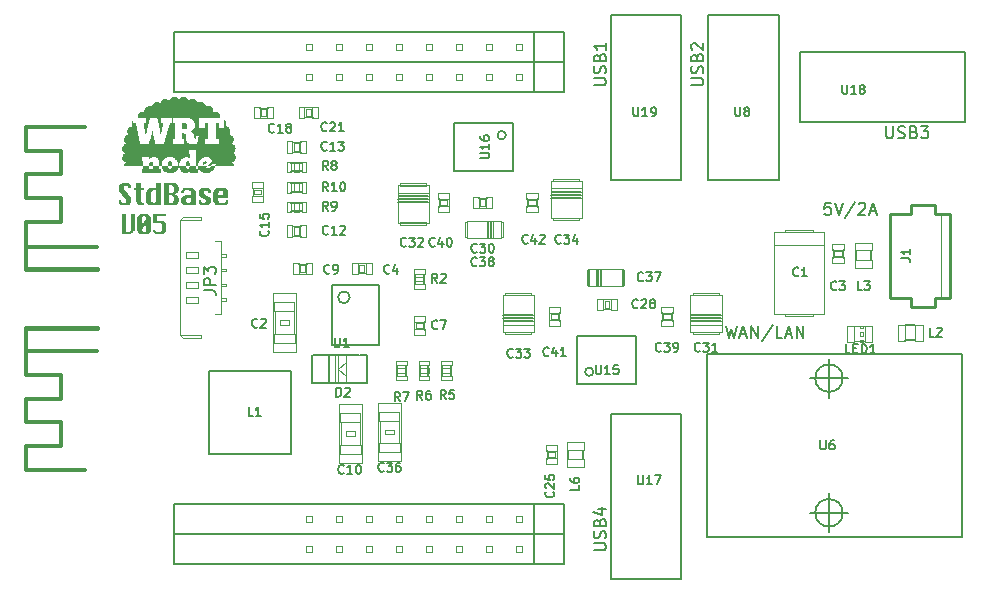
<source format=gto>
G04 (created by PCBNEW (2013-07-07 BZR 4022)-stable) date 2014/5/16 16:00:16*
%MOIN*%
G04 Gerber Fmt 3.4, Leading zero omitted, Abs format*
%FSLAX34Y34*%
G01*
G70*
G90*
G04 APERTURE LIST*
%ADD10C,0.00590551*%
%ADD11C,0.008*%
%ADD12C,0.005*%
%ADD13C,0.011811*%
%ADD14C,0.015748*%
%ADD15C,0.00787402*%
%ADD16C,0.0026*%
%ADD17C,0.002*%
%ADD18C,0.004*%
%ADD19C,0.006*%
%ADD20C,0.0001*%
%ADD21C,0.0019685*%
%ADD22C,0.0079*%
%ADD23C,0.01*%
G04 APERTURE END LIST*
G54D10*
G54D11*
X90402Y-25361D02*
X90211Y-25361D01*
X90192Y-25552D01*
X90211Y-25533D01*
X90250Y-25514D01*
X90345Y-25514D01*
X90383Y-25533D01*
X90402Y-25552D01*
X90421Y-25590D01*
X90421Y-25685D01*
X90402Y-25723D01*
X90383Y-25742D01*
X90345Y-25761D01*
X90250Y-25761D01*
X90211Y-25742D01*
X90192Y-25723D01*
X90535Y-25361D02*
X90669Y-25761D01*
X90802Y-25361D01*
X91221Y-25342D02*
X90878Y-25857D01*
X91335Y-25400D02*
X91354Y-25380D01*
X91392Y-25361D01*
X91488Y-25361D01*
X91526Y-25380D01*
X91545Y-25400D01*
X91564Y-25438D01*
X91564Y-25476D01*
X91545Y-25533D01*
X91316Y-25761D01*
X91564Y-25761D01*
X91716Y-25647D02*
X91907Y-25647D01*
X91678Y-25761D02*
X91811Y-25361D01*
X91945Y-25761D01*
G54D12*
X93850Y-29821D02*
X93707Y-29821D01*
X93707Y-29521D01*
X93935Y-29550D02*
X93950Y-29535D01*
X93978Y-29521D01*
X94050Y-29521D01*
X94078Y-29535D01*
X94092Y-29550D01*
X94107Y-29578D01*
X94107Y-29607D01*
X94092Y-29650D01*
X93921Y-29821D01*
X94107Y-29821D01*
G54D11*
X86925Y-29461D02*
X87020Y-29861D01*
X87096Y-29576D01*
X87172Y-29861D01*
X87268Y-29461D01*
X87401Y-29747D02*
X87591Y-29747D01*
X87363Y-29861D02*
X87496Y-29461D01*
X87630Y-29861D01*
X87763Y-29861D02*
X87763Y-29461D01*
X87991Y-29861D01*
X87991Y-29461D01*
X88468Y-29442D02*
X88125Y-29957D01*
X88791Y-29861D02*
X88601Y-29861D01*
X88601Y-29461D01*
X88906Y-29747D02*
X89096Y-29747D01*
X88868Y-29861D02*
X89001Y-29461D01*
X89134Y-29861D01*
X89268Y-29861D02*
X89268Y-29461D01*
X89496Y-29861D01*
X89496Y-29461D01*
X82511Y-36945D02*
X82835Y-36945D01*
X82873Y-36926D01*
X82892Y-36907D01*
X82911Y-36869D01*
X82911Y-36792D01*
X82892Y-36754D01*
X82873Y-36735D01*
X82835Y-36716D01*
X82511Y-36716D01*
X82892Y-36545D02*
X82911Y-36488D01*
X82911Y-36392D01*
X82892Y-36354D01*
X82873Y-36335D01*
X82835Y-36316D01*
X82797Y-36316D01*
X82759Y-36335D01*
X82740Y-36354D01*
X82721Y-36392D01*
X82702Y-36469D01*
X82683Y-36507D01*
X82664Y-36526D01*
X82626Y-36545D01*
X82588Y-36545D01*
X82550Y-36526D01*
X82530Y-36507D01*
X82511Y-36469D01*
X82511Y-36373D01*
X82530Y-36316D01*
X82702Y-36011D02*
X82721Y-35954D01*
X82740Y-35935D01*
X82778Y-35916D01*
X82835Y-35916D01*
X82873Y-35935D01*
X82892Y-35954D01*
X82911Y-35992D01*
X82911Y-36145D01*
X82511Y-36145D01*
X82511Y-36011D01*
X82530Y-35973D01*
X82550Y-35954D01*
X82588Y-35935D01*
X82626Y-35935D01*
X82664Y-35954D01*
X82683Y-35973D01*
X82702Y-36011D01*
X82702Y-36145D01*
X82645Y-35573D02*
X82911Y-35573D01*
X82492Y-35669D02*
X82778Y-35764D01*
X82778Y-35516D01*
X92254Y-22811D02*
X92254Y-23135D01*
X92273Y-23173D01*
X92292Y-23192D01*
X92330Y-23211D01*
X92407Y-23211D01*
X92445Y-23192D01*
X92464Y-23173D01*
X92483Y-23135D01*
X92483Y-22811D01*
X92654Y-23192D02*
X92711Y-23211D01*
X92807Y-23211D01*
X92845Y-23192D01*
X92864Y-23173D01*
X92883Y-23135D01*
X92883Y-23097D01*
X92864Y-23059D01*
X92845Y-23040D01*
X92807Y-23021D01*
X92730Y-23002D01*
X92692Y-22983D01*
X92673Y-22964D01*
X92654Y-22926D01*
X92654Y-22888D01*
X92673Y-22850D01*
X92692Y-22830D01*
X92730Y-22811D01*
X92826Y-22811D01*
X92883Y-22830D01*
X93188Y-23002D02*
X93245Y-23021D01*
X93264Y-23040D01*
X93283Y-23078D01*
X93283Y-23135D01*
X93264Y-23173D01*
X93245Y-23192D01*
X93207Y-23211D01*
X93054Y-23211D01*
X93054Y-22811D01*
X93188Y-22811D01*
X93226Y-22830D01*
X93245Y-22850D01*
X93264Y-22888D01*
X93264Y-22926D01*
X93245Y-22964D01*
X93226Y-22983D01*
X93188Y-23002D01*
X93054Y-23002D01*
X93416Y-22811D02*
X93664Y-22811D01*
X93530Y-22964D01*
X93588Y-22964D01*
X93626Y-22983D01*
X93645Y-23002D01*
X93664Y-23040D01*
X93664Y-23135D01*
X93645Y-23173D01*
X93626Y-23192D01*
X93588Y-23211D01*
X93473Y-23211D01*
X93435Y-23192D01*
X93416Y-23173D01*
X85761Y-21445D02*
X86085Y-21445D01*
X86123Y-21426D01*
X86142Y-21407D01*
X86161Y-21369D01*
X86161Y-21292D01*
X86142Y-21254D01*
X86123Y-21235D01*
X86085Y-21216D01*
X85761Y-21216D01*
X86142Y-21045D02*
X86161Y-20988D01*
X86161Y-20892D01*
X86142Y-20854D01*
X86123Y-20835D01*
X86085Y-20816D01*
X86047Y-20816D01*
X86009Y-20835D01*
X85990Y-20854D01*
X85971Y-20892D01*
X85952Y-20969D01*
X85933Y-21007D01*
X85914Y-21026D01*
X85876Y-21045D01*
X85838Y-21045D01*
X85800Y-21026D01*
X85780Y-21007D01*
X85761Y-20969D01*
X85761Y-20873D01*
X85780Y-20816D01*
X85952Y-20511D02*
X85971Y-20454D01*
X85990Y-20435D01*
X86028Y-20416D01*
X86085Y-20416D01*
X86123Y-20435D01*
X86142Y-20454D01*
X86161Y-20492D01*
X86161Y-20645D01*
X85761Y-20645D01*
X85761Y-20511D01*
X85780Y-20473D01*
X85800Y-20454D01*
X85838Y-20435D01*
X85876Y-20435D01*
X85914Y-20454D01*
X85933Y-20473D01*
X85952Y-20511D01*
X85952Y-20645D01*
X85800Y-20264D02*
X85780Y-20245D01*
X85761Y-20207D01*
X85761Y-20111D01*
X85780Y-20073D01*
X85800Y-20054D01*
X85838Y-20035D01*
X85876Y-20035D01*
X85933Y-20054D01*
X86161Y-20283D01*
X86161Y-20035D01*
X82511Y-21445D02*
X82835Y-21445D01*
X82873Y-21426D01*
X82892Y-21407D01*
X82911Y-21369D01*
X82911Y-21292D01*
X82892Y-21254D01*
X82873Y-21235D01*
X82835Y-21216D01*
X82511Y-21216D01*
X82892Y-21045D02*
X82911Y-20988D01*
X82911Y-20892D01*
X82892Y-20854D01*
X82873Y-20835D01*
X82835Y-20816D01*
X82797Y-20816D01*
X82759Y-20835D01*
X82740Y-20854D01*
X82721Y-20892D01*
X82702Y-20969D01*
X82683Y-21007D01*
X82664Y-21026D01*
X82626Y-21045D01*
X82588Y-21045D01*
X82550Y-21026D01*
X82530Y-21007D01*
X82511Y-20969D01*
X82511Y-20873D01*
X82530Y-20816D01*
X82702Y-20511D02*
X82721Y-20454D01*
X82740Y-20435D01*
X82778Y-20416D01*
X82835Y-20416D01*
X82873Y-20435D01*
X82892Y-20454D01*
X82911Y-20492D01*
X82911Y-20645D01*
X82511Y-20645D01*
X82511Y-20511D01*
X82530Y-20473D01*
X82550Y-20454D01*
X82588Y-20435D01*
X82626Y-20435D01*
X82664Y-20454D01*
X82683Y-20473D01*
X82702Y-20511D01*
X82702Y-20645D01*
X82911Y-20035D02*
X82911Y-20264D01*
X82911Y-20149D02*
X82511Y-20149D01*
X82569Y-20188D01*
X82607Y-20226D01*
X82626Y-20264D01*
G54D13*
X63582Y-34251D02*
X65551Y-34251D01*
X63582Y-33464D02*
X63582Y-34251D01*
X64763Y-33464D02*
X63582Y-33464D01*
X64763Y-32677D02*
X64763Y-33464D01*
X63582Y-32677D02*
X64763Y-32677D01*
X63582Y-31889D02*
X63582Y-32677D01*
X64763Y-31889D02*
X63582Y-31889D01*
X64763Y-31102D02*
X64763Y-31889D01*
X63582Y-31102D02*
X64763Y-31102D01*
X63582Y-30314D02*
X63582Y-31102D01*
X63582Y-30314D02*
X65944Y-30314D01*
X63582Y-29527D02*
X63582Y-30314D01*
X63582Y-25984D02*
X63582Y-26771D01*
X63582Y-26771D02*
X63582Y-27559D01*
X65944Y-26821D02*
X63582Y-26821D01*
X63582Y-22834D02*
X65551Y-22834D01*
X63582Y-23622D02*
X63582Y-22834D01*
X64763Y-23622D02*
X63582Y-23622D01*
X64763Y-24015D02*
X64763Y-23622D01*
X64763Y-24409D02*
X64763Y-24015D01*
X63582Y-24409D02*
X64763Y-24409D01*
X63582Y-25196D02*
X63582Y-24409D01*
X64763Y-25196D02*
X63582Y-25196D01*
X64763Y-25984D02*
X64763Y-25196D01*
X63582Y-25984D02*
X64763Y-25984D01*
G54D14*
X65944Y-27565D02*
X63582Y-27565D01*
G54D15*
X63582Y-34251D02*
X65551Y-34251D01*
X63582Y-33464D02*
X63582Y-34251D01*
X64763Y-33464D02*
X63582Y-33464D01*
X64763Y-32677D02*
X64763Y-33464D01*
X63582Y-32677D02*
X64763Y-32677D01*
X63582Y-31889D02*
X63582Y-32677D01*
X64763Y-31889D02*
X63582Y-31889D01*
X64763Y-31102D02*
X64763Y-31889D01*
X63582Y-31102D02*
X64763Y-31102D01*
X63582Y-30314D02*
X63582Y-31102D01*
X63582Y-30314D02*
X65944Y-30314D01*
X63582Y-29527D02*
X63582Y-30314D01*
G54D14*
X65944Y-29533D02*
X63582Y-29533D01*
G54D10*
X72434Y-32350D02*
X72434Y-33727D01*
X72434Y-33727D02*
X69678Y-33727D01*
X69678Y-33727D02*
X69678Y-30972D01*
X69678Y-30972D02*
X72434Y-30972D01*
X72434Y-30972D02*
X72434Y-32350D01*
G54D16*
X74735Y-33720D02*
X74735Y-33424D01*
X74735Y-33424D02*
X74066Y-33424D01*
X74066Y-33720D02*
X74066Y-33424D01*
X74735Y-33720D02*
X74066Y-33720D01*
X74734Y-32676D02*
X74734Y-32380D01*
X74734Y-32380D02*
X74065Y-32380D01*
X74065Y-32676D02*
X74065Y-32380D01*
X74734Y-32676D02*
X74065Y-32676D01*
X74557Y-33128D02*
X74557Y-32972D01*
X74557Y-32972D02*
X74243Y-32972D01*
X74243Y-33128D02*
X74243Y-32972D01*
X74557Y-33128D02*
X74243Y-33128D01*
G54D17*
X74013Y-34023D02*
X74013Y-32077D01*
X74787Y-32077D02*
X74787Y-34023D01*
X74787Y-34023D02*
X74013Y-34023D01*
X74013Y-32077D02*
X74787Y-32077D01*
G54D18*
X74091Y-33429D02*
X74091Y-32671D01*
X74709Y-33429D02*
X74709Y-32671D01*
G54D16*
X71865Y-28680D02*
X71865Y-28976D01*
X71865Y-28976D02*
X72534Y-28976D01*
X72534Y-28680D02*
X72534Y-28976D01*
X71865Y-28680D02*
X72534Y-28680D01*
X71866Y-29724D02*
X71866Y-30020D01*
X71866Y-30020D02*
X72535Y-30020D01*
X72535Y-29724D02*
X72535Y-30020D01*
X71866Y-29724D02*
X72535Y-29724D01*
X72043Y-29272D02*
X72043Y-29428D01*
X72043Y-29428D02*
X72357Y-29428D01*
X72357Y-29272D02*
X72357Y-29428D01*
X72043Y-29272D02*
X72357Y-29272D01*
G54D17*
X72587Y-28377D02*
X72587Y-30323D01*
X71813Y-30323D02*
X71813Y-28377D01*
X71813Y-28377D02*
X72587Y-28377D01*
X72587Y-30323D02*
X71813Y-30323D01*
G54D18*
X72509Y-28971D02*
X72509Y-29729D01*
X71891Y-28971D02*
X71891Y-29729D01*
G54D10*
X74378Y-28509D02*
G75*
G03X74378Y-28509I-196J0D01*
G74*
G01*
X75362Y-30084D02*
X73787Y-30084D01*
X73787Y-30084D02*
X73787Y-28115D01*
X73787Y-28115D02*
X75362Y-28115D01*
X75362Y-28115D02*
X75362Y-29100D01*
X75362Y-29100D02*
X75362Y-30084D01*
G54D16*
X76680Y-31120D02*
X76680Y-31280D01*
X76680Y-31280D02*
X77020Y-31280D01*
X77020Y-31120D02*
X77020Y-31280D01*
X76680Y-31120D02*
X77020Y-31120D01*
X76680Y-30620D02*
X76680Y-30780D01*
X76680Y-30780D02*
X77020Y-30780D01*
X77020Y-30620D02*
X77020Y-30780D01*
X76680Y-30620D02*
X77020Y-30620D01*
X76693Y-30872D02*
X76693Y-31028D01*
X76693Y-31028D02*
X77007Y-31028D01*
X77007Y-30872D02*
X77007Y-31028D01*
X76693Y-30872D02*
X77007Y-30872D01*
G54D19*
X76710Y-30780D02*
X76710Y-31120D01*
X76990Y-31120D02*
X76990Y-30780D01*
G54D16*
X76870Y-27730D02*
X76870Y-27570D01*
X76870Y-27570D02*
X76530Y-27570D01*
X76530Y-27730D02*
X76530Y-27570D01*
X76870Y-27730D02*
X76530Y-27730D01*
X76870Y-28230D02*
X76870Y-28070D01*
X76870Y-28070D02*
X76530Y-28070D01*
X76530Y-28230D02*
X76530Y-28070D01*
X76870Y-28230D02*
X76530Y-28230D01*
X76857Y-27978D02*
X76857Y-27822D01*
X76857Y-27822D02*
X76543Y-27822D01*
X76543Y-27978D02*
X76543Y-27822D01*
X76857Y-27978D02*
X76543Y-27978D01*
G54D19*
X76840Y-28070D02*
X76840Y-27730D01*
X76560Y-27730D02*
X76560Y-28070D01*
G54D16*
X77770Y-30780D02*
X77770Y-30620D01*
X77770Y-30620D02*
X77430Y-30620D01*
X77430Y-30780D02*
X77430Y-30620D01*
X77770Y-30780D02*
X77430Y-30780D01*
X77770Y-31280D02*
X77770Y-31120D01*
X77770Y-31120D02*
X77430Y-31120D01*
X77430Y-31280D02*
X77430Y-31120D01*
X77770Y-31280D02*
X77430Y-31280D01*
X77757Y-31028D02*
X77757Y-30872D01*
X77757Y-30872D02*
X77443Y-30872D01*
X77443Y-31028D02*
X77443Y-30872D01*
X77757Y-31028D02*
X77443Y-31028D01*
G54D19*
X77740Y-31120D02*
X77740Y-30780D01*
X77460Y-30780D02*
X77460Y-31120D01*
G54D16*
X76270Y-30780D02*
X76270Y-30620D01*
X76270Y-30620D02*
X75930Y-30620D01*
X75930Y-30780D02*
X75930Y-30620D01*
X76270Y-30780D02*
X75930Y-30780D01*
X76270Y-31280D02*
X76270Y-31120D01*
X76270Y-31120D02*
X75930Y-31120D01*
X75930Y-31280D02*
X75930Y-31120D01*
X76270Y-31280D02*
X75930Y-31280D01*
X76257Y-31028D02*
X76257Y-30872D01*
X76257Y-30872D02*
X75943Y-30872D01*
X75943Y-31028D02*
X75943Y-30872D01*
X76257Y-31028D02*
X75943Y-31028D01*
G54D19*
X76240Y-31120D02*
X76240Y-30780D01*
X75960Y-30780D02*
X75960Y-31120D01*
G54D16*
X73130Y-27365D02*
X72933Y-27365D01*
X72933Y-27365D02*
X72933Y-27739D01*
X73130Y-27739D02*
X72933Y-27739D01*
X73130Y-27365D02*
X73130Y-27739D01*
X72670Y-27365D02*
X72474Y-27365D01*
X72474Y-27365D02*
X72474Y-27739D01*
X72670Y-27739D02*
X72474Y-27739D01*
X72670Y-27365D02*
X72670Y-27739D01*
X72878Y-27432D02*
X72722Y-27432D01*
X72722Y-27432D02*
X72722Y-27668D01*
X72878Y-27668D02*
X72722Y-27668D01*
X72878Y-27432D02*
X72878Y-27668D01*
G54D18*
X72940Y-27720D02*
X72660Y-27720D01*
X72940Y-27386D02*
X72660Y-27386D01*
G54D16*
X76885Y-29780D02*
X76885Y-29583D01*
X76885Y-29583D02*
X76511Y-29583D01*
X76511Y-29780D02*
X76511Y-29583D01*
X76885Y-29780D02*
X76511Y-29780D01*
X76885Y-29320D02*
X76885Y-29124D01*
X76885Y-29124D02*
X76511Y-29124D01*
X76511Y-29320D02*
X76511Y-29124D01*
X76885Y-29320D02*
X76511Y-29320D01*
X76818Y-29528D02*
X76818Y-29372D01*
X76818Y-29372D02*
X76582Y-29372D01*
X76582Y-29528D02*
X76582Y-29372D01*
X76818Y-29528D02*
X76582Y-29528D01*
G54D18*
X76530Y-29590D02*
X76530Y-29310D01*
X76864Y-29590D02*
X76864Y-29310D01*
G54D16*
X74445Y-27735D02*
X74642Y-27735D01*
X74642Y-27735D02*
X74642Y-27361D01*
X74445Y-27361D02*
X74642Y-27361D01*
X74445Y-27735D02*
X74445Y-27361D01*
X74905Y-27735D02*
X75101Y-27735D01*
X75101Y-27735D02*
X75101Y-27361D01*
X74905Y-27361D02*
X75101Y-27361D01*
X74905Y-27735D02*
X74905Y-27361D01*
X74697Y-27668D02*
X74853Y-27668D01*
X74853Y-27668D02*
X74853Y-27432D01*
X74697Y-27432D02*
X74853Y-27432D01*
X74697Y-27668D02*
X74697Y-27432D01*
G54D18*
X74635Y-27380D02*
X74915Y-27380D01*
X74635Y-27714D02*
X74915Y-27714D01*
G54D16*
X88878Y-26263D02*
X88878Y-26342D01*
X88878Y-26342D02*
X89822Y-26342D01*
X89822Y-26263D02*
X89822Y-26342D01*
X88878Y-26263D02*
X89822Y-26263D01*
X88878Y-29058D02*
X88878Y-29137D01*
X88878Y-29137D02*
X89822Y-29137D01*
X89822Y-29058D02*
X89822Y-29137D01*
X88878Y-29058D02*
X89822Y-29058D01*
X88524Y-26323D02*
X88524Y-26756D01*
X88524Y-26756D02*
X90176Y-26756D01*
X90176Y-26323D02*
X90176Y-26756D01*
X88524Y-26323D02*
X90176Y-26323D01*
G54D18*
X90176Y-26323D02*
X90176Y-29077D01*
X90176Y-29077D02*
X88524Y-29077D01*
X88524Y-29077D02*
X88524Y-26323D01*
X88524Y-26323D02*
X90176Y-26323D01*
G54D16*
X81625Y-33910D02*
X81625Y-34165D01*
X81625Y-34165D02*
X82176Y-34165D01*
X82176Y-33910D02*
X82176Y-34165D01*
X81625Y-33910D02*
X82176Y-33910D01*
X81625Y-33330D02*
X81625Y-33586D01*
X81625Y-33586D02*
X82176Y-33586D01*
X82176Y-33330D02*
X82176Y-33586D01*
X81625Y-33330D02*
X82176Y-33330D01*
G54D19*
X82150Y-33589D02*
X82150Y-33911D01*
X81650Y-33589D02*
X81650Y-33911D01*
G54D16*
X92890Y-29425D02*
X92635Y-29425D01*
X92635Y-29425D02*
X92635Y-29976D01*
X92890Y-29976D02*
X92635Y-29976D01*
X92890Y-29425D02*
X92890Y-29976D01*
X93470Y-29425D02*
X93214Y-29425D01*
X93214Y-29425D02*
X93214Y-29976D01*
X93470Y-29976D02*
X93214Y-29976D01*
X93470Y-29425D02*
X93470Y-29976D01*
G54D19*
X93211Y-29950D02*
X92889Y-29950D01*
X93211Y-29450D02*
X92889Y-29450D01*
G54D16*
X91775Y-26940D02*
X91775Y-26685D01*
X91775Y-26685D02*
X91224Y-26685D01*
X91224Y-26940D02*
X91224Y-26685D01*
X91775Y-26940D02*
X91224Y-26940D01*
X91775Y-27520D02*
X91775Y-27264D01*
X91775Y-27264D02*
X91224Y-27264D01*
X91224Y-27520D02*
X91224Y-27264D01*
X91775Y-27520D02*
X91224Y-27520D01*
G54D19*
X91250Y-27261D02*
X91250Y-26939D01*
X91750Y-27261D02*
X91750Y-26939D01*
G54D10*
X69523Y-36405D02*
X68523Y-36405D01*
X69523Y-35405D02*
X68523Y-35405D01*
X68523Y-35405D02*
X68523Y-37405D01*
X68523Y-37405D02*
X69523Y-37405D01*
X80523Y-35405D02*
X80523Y-37405D01*
X72523Y-37405D02*
X81523Y-37405D01*
X81523Y-37405D02*
X81523Y-36405D01*
X72523Y-36405D02*
X81523Y-36405D01*
X81523Y-36405D02*
X81523Y-35405D01*
X81523Y-35405D02*
X72523Y-35405D01*
X72523Y-35405D02*
X69523Y-35405D01*
X69523Y-37405D02*
X72523Y-37405D01*
X72523Y-36405D02*
X69523Y-36405D01*
G54D16*
X74123Y-37005D02*
X74123Y-36805D01*
X74123Y-36805D02*
X73923Y-36805D01*
X73923Y-37005D02*
X73923Y-36805D01*
X74123Y-37005D02*
X73923Y-37005D01*
X74123Y-36005D02*
X73923Y-36005D01*
X73923Y-36005D02*
X73923Y-35805D01*
X74123Y-35805D02*
X73923Y-35805D01*
X74123Y-36005D02*
X74123Y-35805D01*
X80123Y-37005D02*
X80123Y-36805D01*
X80123Y-36805D02*
X79923Y-36805D01*
X79923Y-37005D02*
X79923Y-36805D01*
X80123Y-37005D02*
X79923Y-37005D01*
X79123Y-37005D02*
X79123Y-36805D01*
X79123Y-36805D02*
X78923Y-36805D01*
X78923Y-37005D02*
X78923Y-36805D01*
X79123Y-37005D02*
X78923Y-37005D01*
X78123Y-37005D02*
X78123Y-36805D01*
X78123Y-36805D02*
X77923Y-36805D01*
X77923Y-37005D02*
X77923Y-36805D01*
X78123Y-37005D02*
X77923Y-37005D01*
X77123Y-37005D02*
X77123Y-36805D01*
X77123Y-36805D02*
X76923Y-36805D01*
X76923Y-37005D02*
X76923Y-36805D01*
X77123Y-37005D02*
X76923Y-37005D01*
X76123Y-37005D02*
X76123Y-36805D01*
X76123Y-36805D02*
X75923Y-36805D01*
X75923Y-37005D02*
X75923Y-36805D01*
X76123Y-37005D02*
X75923Y-37005D01*
X73123Y-37005D02*
X72923Y-37005D01*
X72923Y-37005D02*
X72923Y-36805D01*
X73123Y-36805D02*
X72923Y-36805D01*
X73123Y-37005D02*
X73123Y-36805D01*
X75123Y-37005D02*
X74923Y-37005D01*
X74923Y-37005D02*
X74923Y-36805D01*
X75123Y-36805D02*
X74923Y-36805D01*
X75123Y-37005D02*
X75123Y-36805D01*
X75123Y-36005D02*
X75123Y-35805D01*
X75123Y-35805D02*
X74923Y-35805D01*
X74923Y-36005D02*
X74923Y-35805D01*
X75123Y-36005D02*
X74923Y-36005D01*
X73123Y-36005D02*
X73123Y-35805D01*
X73123Y-35805D02*
X72923Y-35805D01*
X72923Y-36005D02*
X72923Y-35805D01*
X73123Y-36005D02*
X72923Y-36005D01*
X76123Y-36005D02*
X75923Y-36005D01*
X75923Y-36005D02*
X75923Y-35805D01*
X76123Y-35805D02*
X75923Y-35805D01*
X76123Y-36005D02*
X76123Y-35805D01*
X77123Y-36005D02*
X76923Y-36005D01*
X76923Y-36005D02*
X76923Y-35805D01*
X77123Y-35805D02*
X76923Y-35805D01*
X77123Y-36005D02*
X77123Y-35805D01*
X78123Y-36005D02*
X77923Y-36005D01*
X77923Y-36005D02*
X77923Y-35805D01*
X78123Y-35805D02*
X77923Y-35805D01*
X78123Y-36005D02*
X78123Y-35805D01*
X79123Y-36005D02*
X78923Y-36005D01*
X78923Y-36005D02*
X78923Y-35805D01*
X79123Y-35805D02*
X78923Y-35805D01*
X79123Y-36005D02*
X79123Y-35805D01*
X80123Y-36005D02*
X79923Y-36005D01*
X79923Y-36005D02*
X79923Y-35805D01*
X80123Y-35805D02*
X79923Y-35805D01*
X80123Y-36005D02*
X80123Y-35805D01*
G54D10*
X69523Y-20657D02*
X68523Y-20657D01*
X69523Y-19657D02*
X68523Y-19657D01*
X68523Y-19657D02*
X68523Y-21657D01*
X68523Y-21657D02*
X69523Y-21657D01*
X80523Y-19657D02*
X80523Y-21657D01*
X72523Y-21657D02*
X81523Y-21657D01*
X81523Y-21657D02*
X81523Y-20657D01*
X72523Y-20657D02*
X81523Y-20657D01*
X81523Y-20657D02*
X81523Y-19657D01*
X81523Y-19657D02*
X72523Y-19657D01*
X72523Y-19657D02*
X69523Y-19657D01*
X69523Y-21657D02*
X72523Y-21657D01*
X72523Y-20657D02*
X69523Y-20657D01*
G54D16*
X74123Y-21257D02*
X74123Y-21057D01*
X74123Y-21057D02*
X73923Y-21057D01*
X73923Y-21257D02*
X73923Y-21057D01*
X74123Y-21257D02*
X73923Y-21257D01*
X74123Y-20257D02*
X73923Y-20257D01*
X73923Y-20257D02*
X73923Y-20057D01*
X74123Y-20057D02*
X73923Y-20057D01*
X74123Y-20257D02*
X74123Y-20057D01*
X80123Y-21257D02*
X80123Y-21057D01*
X80123Y-21057D02*
X79923Y-21057D01*
X79923Y-21257D02*
X79923Y-21057D01*
X80123Y-21257D02*
X79923Y-21257D01*
X79123Y-21257D02*
X79123Y-21057D01*
X79123Y-21057D02*
X78923Y-21057D01*
X78923Y-21257D02*
X78923Y-21057D01*
X79123Y-21257D02*
X78923Y-21257D01*
X78123Y-21257D02*
X78123Y-21057D01*
X78123Y-21057D02*
X77923Y-21057D01*
X77923Y-21257D02*
X77923Y-21057D01*
X78123Y-21257D02*
X77923Y-21257D01*
X77123Y-21257D02*
X77123Y-21057D01*
X77123Y-21057D02*
X76923Y-21057D01*
X76923Y-21257D02*
X76923Y-21057D01*
X77123Y-21257D02*
X76923Y-21257D01*
X76123Y-21257D02*
X76123Y-21057D01*
X76123Y-21057D02*
X75923Y-21057D01*
X75923Y-21257D02*
X75923Y-21057D01*
X76123Y-21257D02*
X75923Y-21257D01*
X73123Y-21257D02*
X72923Y-21257D01*
X72923Y-21257D02*
X72923Y-21057D01*
X73123Y-21057D02*
X72923Y-21057D01*
X73123Y-21257D02*
X73123Y-21057D01*
X75123Y-21257D02*
X74923Y-21257D01*
X74923Y-21257D02*
X74923Y-21057D01*
X75123Y-21057D02*
X74923Y-21057D01*
X75123Y-21257D02*
X75123Y-21057D01*
X75123Y-20257D02*
X75123Y-20057D01*
X75123Y-20057D02*
X74923Y-20057D01*
X74923Y-20257D02*
X74923Y-20057D01*
X75123Y-20257D02*
X74923Y-20257D01*
X73123Y-20257D02*
X73123Y-20057D01*
X73123Y-20057D02*
X72923Y-20057D01*
X72923Y-20257D02*
X72923Y-20057D01*
X73123Y-20257D02*
X72923Y-20257D01*
X76123Y-20257D02*
X75923Y-20257D01*
X75923Y-20257D02*
X75923Y-20057D01*
X76123Y-20057D02*
X75923Y-20057D01*
X76123Y-20257D02*
X76123Y-20057D01*
X77123Y-20257D02*
X76923Y-20257D01*
X76923Y-20257D02*
X76923Y-20057D01*
X77123Y-20057D02*
X76923Y-20057D01*
X77123Y-20257D02*
X77123Y-20057D01*
X78123Y-20257D02*
X77923Y-20257D01*
X77923Y-20257D02*
X77923Y-20057D01*
X78123Y-20057D02*
X77923Y-20057D01*
X78123Y-20257D02*
X78123Y-20057D01*
X79123Y-20257D02*
X78923Y-20257D01*
X78923Y-20257D02*
X78923Y-20057D01*
X79123Y-20057D02*
X78923Y-20057D01*
X79123Y-20257D02*
X79123Y-20057D01*
X80123Y-20257D02*
X79923Y-20257D01*
X79923Y-20257D02*
X79923Y-20057D01*
X80123Y-20057D02*
X79923Y-20057D01*
X80123Y-20257D02*
X80123Y-20057D01*
G54D10*
X94899Y-20318D02*
X89387Y-20318D01*
X89387Y-20318D02*
X89387Y-22681D01*
X89387Y-22681D02*
X94899Y-22681D01*
X94899Y-20712D02*
X94899Y-20318D01*
X94899Y-22681D02*
X94899Y-22287D01*
X94899Y-22287D02*
X94899Y-20712D01*
X89387Y-22484D02*
X89387Y-20515D01*
X85431Y-37899D02*
X85431Y-32387D01*
X85431Y-32387D02*
X83068Y-32387D01*
X83068Y-32387D02*
X83068Y-37899D01*
X85037Y-37899D02*
X85431Y-37899D01*
X83068Y-37899D02*
X83462Y-37899D01*
X83462Y-37899D02*
X85037Y-37899D01*
X83265Y-32387D02*
X85234Y-32387D01*
G54D16*
X72770Y-25020D02*
X72930Y-25020D01*
X72930Y-25020D02*
X72930Y-24680D01*
X72770Y-24680D02*
X72930Y-24680D01*
X72770Y-25020D02*
X72770Y-24680D01*
X72270Y-25020D02*
X72430Y-25020D01*
X72430Y-25020D02*
X72430Y-24680D01*
X72270Y-24680D02*
X72430Y-24680D01*
X72270Y-25020D02*
X72270Y-24680D01*
X72522Y-25007D02*
X72678Y-25007D01*
X72678Y-25007D02*
X72678Y-24693D01*
X72522Y-24693D02*
X72678Y-24693D01*
X72522Y-25007D02*
X72522Y-24693D01*
G54D19*
X72430Y-24990D02*
X72770Y-24990D01*
X72770Y-24710D02*
X72430Y-24710D01*
G54D16*
X72430Y-23995D02*
X72270Y-23995D01*
X72270Y-23995D02*
X72270Y-24335D01*
X72430Y-24335D02*
X72270Y-24335D01*
X72430Y-23995D02*
X72430Y-24335D01*
X72930Y-23995D02*
X72770Y-23995D01*
X72770Y-23995D02*
X72770Y-24335D01*
X72930Y-24335D02*
X72770Y-24335D01*
X72930Y-23995D02*
X72930Y-24335D01*
X72678Y-24008D02*
X72522Y-24008D01*
X72522Y-24008D02*
X72522Y-24322D01*
X72678Y-24322D02*
X72522Y-24322D01*
X72678Y-24008D02*
X72678Y-24322D01*
G54D19*
X72770Y-24025D02*
X72430Y-24025D01*
X72430Y-24305D02*
X72770Y-24305D01*
G54D16*
X72770Y-25670D02*
X72930Y-25670D01*
X72930Y-25670D02*
X72930Y-25330D01*
X72770Y-25330D02*
X72930Y-25330D01*
X72770Y-25670D02*
X72770Y-25330D01*
X72270Y-25670D02*
X72430Y-25670D01*
X72430Y-25670D02*
X72430Y-25330D01*
X72270Y-25330D02*
X72430Y-25330D01*
X72270Y-25670D02*
X72270Y-25330D01*
X72522Y-25657D02*
X72678Y-25657D01*
X72678Y-25657D02*
X72678Y-25343D01*
X72522Y-25343D02*
X72678Y-25343D01*
X72522Y-25657D02*
X72522Y-25343D01*
G54D19*
X72430Y-25640D02*
X72770Y-25640D01*
X72770Y-25360D02*
X72430Y-25360D01*
G54D16*
X82620Y-28935D02*
X82817Y-28935D01*
X82817Y-28935D02*
X82817Y-28561D01*
X82620Y-28561D02*
X82817Y-28561D01*
X82620Y-28935D02*
X82620Y-28561D01*
X83080Y-28935D02*
X83276Y-28935D01*
X83276Y-28935D02*
X83276Y-28561D01*
X83080Y-28561D02*
X83276Y-28561D01*
X83080Y-28935D02*
X83080Y-28561D01*
X82872Y-28868D02*
X83028Y-28868D01*
X83028Y-28868D02*
X83028Y-28632D01*
X82872Y-28632D02*
X83028Y-28632D01*
X82872Y-28868D02*
X82872Y-28632D01*
G54D18*
X82810Y-28580D02*
X83090Y-28580D01*
X82810Y-28914D02*
X83090Y-28914D01*
G54D16*
X90465Y-26720D02*
X90465Y-26917D01*
X90465Y-26917D02*
X90839Y-26917D01*
X90839Y-26720D02*
X90839Y-26917D01*
X90465Y-26720D02*
X90839Y-26720D01*
X90465Y-27180D02*
X90465Y-27376D01*
X90465Y-27376D02*
X90839Y-27376D01*
X90839Y-27180D02*
X90839Y-27376D01*
X90465Y-27180D02*
X90839Y-27180D01*
X90532Y-26972D02*
X90532Y-27128D01*
X90532Y-27128D02*
X90768Y-27128D01*
X90768Y-26972D02*
X90768Y-27128D01*
X90532Y-26972D02*
X90768Y-26972D01*
G54D18*
X90820Y-26910D02*
X90820Y-27190D01*
X90486Y-26910D02*
X90486Y-27190D01*
G54D16*
X79130Y-25165D02*
X78933Y-25165D01*
X78933Y-25165D02*
X78933Y-25539D01*
X79130Y-25539D02*
X78933Y-25539D01*
X79130Y-25165D02*
X79130Y-25539D01*
X78670Y-25165D02*
X78474Y-25165D01*
X78474Y-25165D02*
X78474Y-25539D01*
X78670Y-25539D02*
X78474Y-25539D01*
X78670Y-25165D02*
X78670Y-25539D01*
X78878Y-25232D02*
X78722Y-25232D01*
X78722Y-25232D02*
X78722Y-25468D01*
X78878Y-25468D02*
X78722Y-25468D01*
X78878Y-25232D02*
X78878Y-25468D01*
G54D18*
X78940Y-25520D02*
X78660Y-25520D01*
X78940Y-25186D02*
X78660Y-25186D01*
G54D16*
X72270Y-23685D02*
X72467Y-23685D01*
X72467Y-23685D02*
X72467Y-23311D01*
X72270Y-23311D02*
X72467Y-23311D01*
X72270Y-23685D02*
X72270Y-23311D01*
X72730Y-23685D02*
X72926Y-23685D01*
X72926Y-23685D02*
X72926Y-23311D01*
X72730Y-23311D02*
X72926Y-23311D01*
X72730Y-23685D02*
X72730Y-23311D01*
X72522Y-23618D02*
X72678Y-23618D01*
X72678Y-23618D02*
X72678Y-23382D01*
X72522Y-23382D02*
X72678Y-23382D01*
X72522Y-23618D02*
X72522Y-23382D01*
G54D18*
X72460Y-23330D02*
X72740Y-23330D01*
X72460Y-23664D02*
X72740Y-23664D01*
G54D16*
X72670Y-22535D02*
X72867Y-22535D01*
X72867Y-22535D02*
X72867Y-22161D01*
X72670Y-22161D02*
X72867Y-22161D01*
X72670Y-22535D02*
X72670Y-22161D01*
X73130Y-22535D02*
X73326Y-22535D01*
X73326Y-22535D02*
X73326Y-22161D01*
X73130Y-22161D02*
X73326Y-22161D01*
X73130Y-22535D02*
X73130Y-22161D01*
X72922Y-22468D02*
X73078Y-22468D01*
X73078Y-22468D02*
X73078Y-22232D01*
X72922Y-22232D02*
X73078Y-22232D01*
X72922Y-22468D02*
X72922Y-22232D01*
G54D18*
X72860Y-22180D02*
X73140Y-22180D01*
X72860Y-22514D02*
X73140Y-22514D01*
G54D16*
X71830Y-22165D02*
X71633Y-22165D01*
X71633Y-22165D02*
X71633Y-22539D01*
X71830Y-22539D02*
X71633Y-22539D01*
X71830Y-22165D02*
X71830Y-22539D01*
X71370Y-22165D02*
X71174Y-22165D01*
X71174Y-22165D02*
X71174Y-22539D01*
X71370Y-22539D02*
X71174Y-22539D01*
X71370Y-22165D02*
X71370Y-22539D01*
X71578Y-22232D02*
X71422Y-22232D01*
X71422Y-22232D02*
X71422Y-22468D01*
X71578Y-22468D02*
X71422Y-22468D01*
X71578Y-22232D02*
X71578Y-22468D01*
G54D18*
X71640Y-22520D02*
X71360Y-22520D01*
X71640Y-22186D02*
X71360Y-22186D01*
G54D16*
X71115Y-24670D02*
X71115Y-24867D01*
X71115Y-24867D02*
X71489Y-24867D01*
X71489Y-24670D02*
X71489Y-24867D01*
X71115Y-24670D02*
X71489Y-24670D01*
X71115Y-25130D02*
X71115Y-25326D01*
X71115Y-25326D02*
X71489Y-25326D01*
X71489Y-25130D02*
X71489Y-25326D01*
X71115Y-25130D02*
X71489Y-25130D01*
X71182Y-24922D02*
X71182Y-25078D01*
X71182Y-25078D02*
X71418Y-25078D01*
X71418Y-24922D02*
X71418Y-25078D01*
X71182Y-24922D02*
X71418Y-24922D01*
G54D18*
X71470Y-24860D02*
X71470Y-25140D01*
X71136Y-24860D02*
X71136Y-25140D01*
G54D16*
X72270Y-26485D02*
X72467Y-26485D01*
X72467Y-26485D02*
X72467Y-26111D01*
X72270Y-26111D02*
X72467Y-26111D01*
X72270Y-26485D02*
X72270Y-26111D01*
X72730Y-26485D02*
X72926Y-26485D01*
X72926Y-26485D02*
X72926Y-26111D01*
X72730Y-26111D02*
X72926Y-26111D01*
X72730Y-26485D02*
X72730Y-26111D01*
X72522Y-26418D02*
X72678Y-26418D01*
X72678Y-26418D02*
X72678Y-26182D01*
X72522Y-26182D02*
X72678Y-26182D01*
X72522Y-26418D02*
X72522Y-26182D01*
G54D18*
X72460Y-26130D02*
X72740Y-26130D01*
X72460Y-26464D02*
X72740Y-26464D01*
G54D16*
X80915Y-33420D02*
X80915Y-33617D01*
X80915Y-33617D02*
X81289Y-33617D01*
X81289Y-33420D02*
X81289Y-33617D01*
X80915Y-33420D02*
X81289Y-33420D01*
X80915Y-33880D02*
X80915Y-34076D01*
X80915Y-34076D02*
X81289Y-34076D01*
X81289Y-33880D02*
X81289Y-34076D01*
X80915Y-33880D02*
X81289Y-33880D01*
X80982Y-33672D02*
X80982Y-33828D01*
X80982Y-33828D02*
X81218Y-33828D01*
X81218Y-33672D02*
X81218Y-33828D01*
X80982Y-33672D02*
X81218Y-33672D01*
G54D18*
X81270Y-33610D02*
X81270Y-33890D01*
X80936Y-33610D02*
X80936Y-33890D01*
G54D12*
X94798Y-30399D02*
X94798Y-36501D01*
X94798Y-36501D02*
X86296Y-36501D01*
X86296Y-36501D02*
X86296Y-30399D01*
X86296Y-30399D02*
X94798Y-30399D01*
X90808Y-35694D02*
G75*
G03X90808Y-35694I-458J0D01*
G74*
G01*
X90350Y-35044D02*
X90350Y-36343D01*
X89701Y-35694D02*
X90999Y-35694D01*
X90808Y-31206D02*
G75*
G03X90808Y-31206I-458J0D01*
G74*
G01*
X90350Y-30557D02*
X90350Y-31856D01*
X89701Y-31206D02*
X90999Y-31206D01*
G54D20*
G36*
X70574Y-23857D02*
X70570Y-23885D01*
X70562Y-23912D01*
X70549Y-23937D01*
X70531Y-23960D01*
X70519Y-23973D01*
X70511Y-23979D01*
X70500Y-23986D01*
X70488Y-23993D01*
X70477Y-23999D01*
X70466Y-24004D01*
X70459Y-24007D01*
X70456Y-24007D01*
X70453Y-24008D01*
X70453Y-24010D01*
X70455Y-24014D01*
X70461Y-24021D01*
X70470Y-24029D01*
X70490Y-24052D01*
X70505Y-24077D01*
X70515Y-24104D01*
X70520Y-24126D01*
X70522Y-24140D01*
X70206Y-24140D01*
X69905Y-24140D01*
X69905Y-24069D01*
X69905Y-24068D01*
X69905Y-24062D01*
X69846Y-24054D01*
X69829Y-24052D01*
X69813Y-24050D01*
X69806Y-24049D01*
X69806Y-23968D01*
X69805Y-23964D01*
X69802Y-23957D01*
X69797Y-23948D01*
X69796Y-23946D01*
X69777Y-23918D01*
X69755Y-23893D01*
X69730Y-23870D01*
X69703Y-23851D01*
X69675Y-23836D01*
X69659Y-23829D01*
X69650Y-23826D01*
X69642Y-23824D01*
X69634Y-23823D01*
X69624Y-23822D01*
X69612Y-23822D01*
X69599Y-23822D01*
X69579Y-23822D01*
X69562Y-23823D01*
X69548Y-23825D01*
X69533Y-23829D01*
X69517Y-23835D01*
X69504Y-23840D01*
X69478Y-23852D01*
X69454Y-23866D01*
X69431Y-23884D01*
X69407Y-23905D01*
X69404Y-23908D01*
X69391Y-23922D01*
X69379Y-23935D01*
X69368Y-23948D01*
X69360Y-23958D01*
X69360Y-23959D01*
X69348Y-23979D01*
X69337Y-24001D01*
X69335Y-24007D01*
X69335Y-23146D01*
X69295Y-23146D01*
X69255Y-23146D01*
X69254Y-23174D01*
X69253Y-23193D01*
X69250Y-23207D01*
X69246Y-23216D01*
X69240Y-23222D01*
X69232Y-23225D01*
X69224Y-23226D01*
X69216Y-23224D01*
X69210Y-23219D01*
X69208Y-23218D01*
X69204Y-23212D01*
X69201Y-23204D01*
X69198Y-23194D01*
X69196Y-23180D01*
X69195Y-23163D01*
X69193Y-23146D01*
X69191Y-23120D01*
X69187Y-23098D01*
X69181Y-23079D01*
X69172Y-23061D01*
X69160Y-23044D01*
X69144Y-23027D01*
X69140Y-23023D01*
X69123Y-23007D01*
X69107Y-22995D01*
X69091Y-22985D01*
X69072Y-22977D01*
X69061Y-22973D01*
X69035Y-22965D01*
X69054Y-22961D01*
X69082Y-22952D01*
X69110Y-22940D01*
X69135Y-22926D01*
X69157Y-22909D01*
X69167Y-22899D01*
X69181Y-22881D01*
X69193Y-22860D01*
X69202Y-22839D01*
X69205Y-22831D01*
X69209Y-22810D01*
X69211Y-22785D01*
X69210Y-22759D01*
X69208Y-22731D01*
X69202Y-22705D01*
X69195Y-22680D01*
X69188Y-22662D01*
X69173Y-22636D01*
X69153Y-22613D01*
X69130Y-22592D01*
X69102Y-22575D01*
X69070Y-22561D01*
X69033Y-22549D01*
X68992Y-22541D01*
X68950Y-22535D01*
X68941Y-22535D01*
X68928Y-22534D01*
X68910Y-22534D01*
X68887Y-22533D01*
X68860Y-22533D01*
X68829Y-22533D01*
X68794Y-22533D01*
X68756Y-22532D01*
X68715Y-22532D01*
X68694Y-22532D01*
X68468Y-22532D01*
X68468Y-22612D01*
X68468Y-22692D01*
X68503Y-22692D01*
X68537Y-22692D01*
X68537Y-22963D01*
X68537Y-23234D01*
X68503Y-23234D01*
X68468Y-23234D01*
X68468Y-23315D01*
X68468Y-23396D01*
X68667Y-23396D01*
X68865Y-23396D01*
X68865Y-23315D01*
X68865Y-23234D01*
X68828Y-23234D01*
X68791Y-23234D01*
X68791Y-23137D01*
X68791Y-23041D01*
X68821Y-23042D01*
X68845Y-23045D01*
X68865Y-23049D01*
X68880Y-23056D01*
X68893Y-23066D01*
X68902Y-23080D01*
X68908Y-23096D01*
X68910Y-23106D01*
X68912Y-23113D01*
X68913Y-23124D01*
X68914Y-23139D01*
X68915Y-23156D01*
X68916Y-23173D01*
X68916Y-23176D01*
X68917Y-23203D01*
X68919Y-23224D01*
X68922Y-23243D01*
X68925Y-23259D01*
X68929Y-23273D01*
X68934Y-23287D01*
X68941Y-23302D01*
X68944Y-23308D01*
X68960Y-23333D01*
X68980Y-23354D01*
X69004Y-23372D01*
X69031Y-23387D01*
X69062Y-23399D01*
X69089Y-23405D01*
X69105Y-23407D01*
X69124Y-23409D01*
X69144Y-23409D01*
X69164Y-23409D01*
X69183Y-23408D01*
X69198Y-23407D01*
X69205Y-23406D01*
X69232Y-23397D01*
X69257Y-23385D01*
X69279Y-23368D01*
X69297Y-23348D01*
X69311Y-23326D01*
X69317Y-23312D01*
X69322Y-23300D01*
X69326Y-23287D01*
X69329Y-23274D01*
X69331Y-23259D01*
X69333Y-23242D01*
X69333Y-23221D01*
X69334Y-23205D01*
X69335Y-23146D01*
X69335Y-24007D01*
X69328Y-24024D01*
X69323Y-24042D01*
X69320Y-24054D01*
X69318Y-24070D01*
X69317Y-24087D01*
X69316Y-24104D01*
X69316Y-24118D01*
X69317Y-24125D01*
X69319Y-24138D01*
X69470Y-24138D01*
X69621Y-24137D01*
X69713Y-24055D01*
X69732Y-24038D01*
X69750Y-24022D01*
X69765Y-24008D01*
X69779Y-23995D01*
X69791Y-23984D01*
X69799Y-23976D01*
X69804Y-23971D01*
X69806Y-23968D01*
X69806Y-24049D01*
X69800Y-24049D01*
X69790Y-24047D01*
X69784Y-24047D01*
X69783Y-24047D01*
X69780Y-24049D01*
X69777Y-24056D01*
X69774Y-24066D01*
X69765Y-24095D01*
X69751Y-24123D01*
X69749Y-24126D01*
X69742Y-24138D01*
X69816Y-24138D01*
X69889Y-24138D01*
X69892Y-24129D01*
X69894Y-24120D01*
X69897Y-24108D01*
X69900Y-24096D01*
X69903Y-24084D01*
X69905Y-24075D01*
X69905Y-24069D01*
X69905Y-24140D01*
X69891Y-24141D01*
X69875Y-24172D01*
X69859Y-24203D01*
X69839Y-24232D01*
X69815Y-24261D01*
X69790Y-24286D01*
X69762Y-24311D01*
X69735Y-24331D01*
X69735Y-24142D01*
X69679Y-24141D01*
X69622Y-24140D01*
X69599Y-24161D01*
X69590Y-24169D01*
X69582Y-24176D01*
X69577Y-24180D01*
X69575Y-24182D01*
X69576Y-24184D01*
X69580Y-24188D01*
X69587Y-24192D01*
X69596Y-24197D01*
X69605Y-24201D01*
X69613Y-24204D01*
X69616Y-24204D01*
X69628Y-24206D01*
X69641Y-24206D01*
X69655Y-24202D01*
X69658Y-24202D01*
X69673Y-24195D01*
X69690Y-24185D01*
X69707Y-24171D01*
X69722Y-24157D01*
X69723Y-24156D01*
X69735Y-24142D01*
X69735Y-24331D01*
X69734Y-24332D01*
X69705Y-24348D01*
X69675Y-24361D01*
X69657Y-24367D01*
X69643Y-24370D01*
X69625Y-24372D01*
X69605Y-24374D01*
X69584Y-24374D01*
X69564Y-24374D01*
X69546Y-24372D01*
X69536Y-24371D01*
X69504Y-24361D01*
X69473Y-24347D01*
X69443Y-24328D01*
X69415Y-24306D01*
X69389Y-24280D01*
X69366Y-24253D01*
X69347Y-24223D01*
X69332Y-24192D01*
X69322Y-24162D01*
X69317Y-24142D01*
X69286Y-24141D01*
X69255Y-24140D01*
X69255Y-24180D01*
X69255Y-24220D01*
X69279Y-24220D01*
X69303Y-24220D01*
X69303Y-24288D01*
X69303Y-24356D01*
X69252Y-24356D01*
X69252Y-24138D01*
X69252Y-23866D01*
X69252Y-23594D01*
X69127Y-23594D01*
X69001Y-23594D01*
X69001Y-23659D01*
X69001Y-23724D01*
X69025Y-23724D01*
X69049Y-23724D01*
X69049Y-23799D01*
X69049Y-23823D01*
X69049Y-23842D01*
X69048Y-23857D01*
X69048Y-23867D01*
X69047Y-23873D01*
X69047Y-23874D01*
X69043Y-23872D01*
X69037Y-23869D01*
X69031Y-23866D01*
X69008Y-23854D01*
X68981Y-23845D01*
X68953Y-23839D01*
X68924Y-23837D01*
X68908Y-23837D01*
X68873Y-23842D01*
X68840Y-23851D01*
X68809Y-23866D01*
X68781Y-23884D01*
X68765Y-23899D01*
X68740Y-23925D01*
X68720Y-23954D01*
X68705Y-23986D01*
X68693Y-24022D01*
X68689Y-24041D01*
X68686Y-24062D01*
X68684Y-24084D01*
X68684Y-24104D01*
X68685Y-24121D01*
X68685Y-24122D01*
X68687Y-24138D01*
X68796Y-24138D01*
X68906Y-24138D01*
X68904Y-24130D01*
X68903Y-24122D01*
X68902Y-24110D01*
X68902Y-24096D01*
X68903Y-24080D01*
X68904Y-24065D01*
X68905Y-24052D01*
X68906Y-24044D01*
X68912Y-24025D01*
X68919Y-24007D01*
X68928Y-23992D01*
X68937Y-23982D01*
X68948Y-23975D01*
X68961Y-23969D01*
X68972Y-23967D01*
X68973Y-23967D01*
X68988Y-23970D01*
X69002Y-23977D01*
X69015Y-23989D01*
X69026Y-24005D01*
X69029Y-24009D01*
X69036Y-24025D01*
X69042Y-24041D01*
X69045Y-24058D01*
X69047Y-24078D01*
X69048Y-24101D01*
X69048Y-24138D01*
X69150Y-24138D01*
X69252Y-24138D01*
X69252Y-24356D01*
X69183Y-24356D01*
X69064Y-24356D01*
X69056Y-24340D01*
X69052Y-24331D01*
X69049Y-24325D01*
X69048Y-24322D01*
X69045Y-24323D01*
X69041Y-24326D01*
X69041Y-24147D01*
X69039Y-24144D01*
X69036Y-24142D01*
X69029Y-24141D01*
X69019Y-24140D01*
X69004Y-24140D01*
X68986Y-24140D01*
X68975Y-24140D01*
X68908Y-24140D01*
X68913Y-24154D01*
X68922Y-24177D01*
X68933Y-24194D01*
X68945Y-24207D01*
X68958Y-24215D01*
X68973Y-24218D01*
X68987Y-24217D01*
X69003Y-24209D01*
X69004Y-24208D01*
X69015Y-24198D01*
X69026Y-24184D01*
X69034Y-24167D01*
X69036Y-24162D01*
X69039Y-24156D01*
X69040Y-24150D01*
X69041Y-24147D01*
X69041Y-24326D01*
X69040Y-24326D01*
X69035Y-24330D01*
X69017Y-24340D01*
X68997Y-24349D01*
X68977Y-24357D01*
X68965Y-24360D01*
X68939Y-24364D01*
X68910Y-24364D01*
X68881Y-24361D01*
X68854Y-24356D01*
X68834Y-24349D01*
X68806Y-24335D01*
X68780Y-24317D01*
X68756Y-24294D01*
X68735Y-24268D01*
X68717Y-24239D01*
X68702Y-24208D01*
X68692Y-24175D01*
X68691Y-24168D01*
X68688Y-24158D01*
X68686Y-24149D01*
X68685Y-24144D01*
X68685Y-24143D01*
X68682Y-24141D01*
X68674Y-24141D01*
X68673Y-24141D01*
X68662Y-24142D01*
X68660Y-24149D01*
X68660Y-24124D01*
X68660Y-24082D01*
X68654Y-24043D01*
X68645Y-24007D01*
X68631Y-23974D01*
X68612Y-23944D01*
X68590Y-23917D01*
X68564Y-23893D01*
X68563Y-23893D01*
X68535Y-23874D01*
X68502Y-23859D01*
X68468Y-23847D01*
X68432Y-23839D01*
X68394Y-23836D01*
X68357Y-23836D01*
X68320Y-23841D01*
X68285Y-23850D01*
X68282Y-23851D01*
X68248Y-23865D01*
X68217Y-23882D01*
X68189Y-23903D01*
X68164Y-23927D01*
X68143Y-23954D01*
X68127Y-23983D01*
X68125Y-23987D01*
X68117Y-24006D01*
X68112Y-24024D01*
X68108Y-24041D01*
X68105Y-24061D01*
X68104Y-24084D01*
X68103Y-24093D01*
X68102Y-24138D01*
X68206Y-24138D01*
X68309Y-24138D01*
X68310Y-24100D01*
X68310Y-24074D01*
X68313Y-24053D01*
X68317Y-24034D01*
X68324Y-24016D01*
X68329Y-24005D01*
X68340Y-23988D01*
X68352Y-23976D01*
X68365Y-23969D01*
X68378Y-23966D01*
X68392Y-23967D01*
X68405Y-23973D01*
X68418Y-23983D01*
X68429Y-23997D01*
X68439Y-24015D01*
X68447Y-24037D01*
X68448Y-24043D01*
X68451Y-24059D01*
X68453Y-24080D01*
X68453Y-24100D01*
X68453Y-24138D01*
X68557Y-24138D01*
X68660Y-24138D01*
X68660Y-24124D01*
X68660Y-24149D01*
X68658Y-24162D01*
X68650Y-24196D01*
X68637Y-24228D01*
X68619Y-24258D01*
X68597Y-24285D01*
X68572Y-24309D01*
X68542Y-24329D01*
X68528Y-24337D01*
X68493Y-24351D01*
X68456Y-24362D01*
X68449Y-24363D01*
X68449Y-24144D01*
X68448Y-24143D01*
X68445Y-24142D01*
X68440Y-24141D01*
X68430Y-24141D01*
X68418Y-24140D01*
X68400Y-24140D01*
X68381Y-24140D01*
X68313Y-24140D01*
X68315Y-24148D01*
X68320Y-24170D01*
X68327Y-24187D01*
X68334Y-24201D01*
X68343Y-24214D01*
X68344Y-24215D01*
X68358Y-24227D01*
X68372Y-24234D01*
X68387Y-24236D01*
X68401Y-24232D01*
X68403Y-24231D01*
X68416Y-24223D01*
X68427Y-24209D01*
X68434Y-24198D01*
X68437Y-24191D01*
X68440Y-24181D01*
X68444Y-24170D01*
X68446Y-24159D01*
X68449Y-24149D01*
X68449Y-24144D01*
X68449Y-24363D01*
X68418Y-24367D01*
X68379Y-24369D01*
X68340Y-24366D01*
X68301Y-24359D01*
X68265Y-24348D01*
X68243Y-24338D01*
X68210Y-24319D01*
X68182Y-24297D01*
X68157Y-24272D01*
X68137Y-24244D01*
X68121Y-24213D01*
X68109Y-24180D01*
X68106Y-24165D01*
X68101Y-24140D01*
X68065Y-24140D01*
X68028Y-24140D01*
X68028Y-24180D01*
X68028Y-24220D01*
X68052Y-24220D01*
X68076Y-24220D01*
X68076Y-24288D01*
X68076Y-24356D01*
X68025Y-24356D01*
X68025Y-24138D01*
X68025Y-24076D01*
X68025Y-24046D01*
X68024Y-24020D01*
X68023Y-23998D01*
X68020Y-23979D01*
X68017Y-23962D01*
X68013Y-23947D01*
X68008Y-23932D01*
X68001Y-23917D01*
X67987Y-23893D01*
X67969Y-23873D01*
X67948Y-23856D01*
X67923Y-23843D01*
X67900Y-23835D01*
X67880Y-23831D01*
X67859Y-23829D01*
X67838Y-23829D01*
X67819Y-23830D01*
X67810Y-23832D01*
X67789Y-23838D01*
X67770Y-23846D01*
X67752Y-23857D01*
X67734Y-23872D01*
X67723Y-23882D01*
X67713Y-23891D01*
X67705Y-23899D01*
X67699Y-23905D01*
X67696Y-23907D01*
X67696Y-23908D01*
X67695Y-23905D01*
X67692Y-23899D01*
X67689Y-23891D01*
X67685Y-23879D01*
X67681Y-23867D01*
X67678Y-23861D01*
X67673Y-23847D01*
X67565Y-23847D01*
X67457Y-23847D01*
X67457Y-23912D01*
X67457Y-23978D01*
X67479Y-23978D01*
X67500Y-23978D01*
X67500Y-24058D01*
X67500Y-24138D01*
X67599Y-24138D01*
X67697Y-24138D01*
X67697Y-24094D01*
X67698Y-24073D01*
X67698Y-24055D01*
X67700Y-24042D01*
X67701Y-24035D01*
X67708Y-24015D01*
X67717Y-24001D01*
X67729Y-23991D01*
X67744Y-23985D01*
X67760Y-23983D01*
X67775Y-23984D01*
X67785Y-23986D01*
X67795Y-23992D01*
X67801Y-23997D01*
X67806Y-24003D01*
X67810Y-24009D01*
X67813Y-24018D01*
X67815Y-24028D01*
X67817Y-24042D01*
X67818Y-24060D01*
X67819Y-24082D01*
X67819Y-24085D01*
X67821Y-24138D01*
X67923Y-24138D01*
X68025Y-24138D01*
X68025Y-24356D01*
X67947Y-24356D01*
X67817Y-24356D01*
X67817Y-24248D01*
X67817Y-24140D01*
X67757Y-24140D01*
X67697Y-24140D01*
X67697Y-24180D01*
X67697Y-24220D01*
X67735Y-24220D01*
X67772Y-24220D01*
X67772Y-24288D01*
X67772Y-24356D01*
X67613Y-24356D01*
X67455Y-24356D01*
X67455Y-24288D01*
X67455Y-24220D01*
X67476Y-24220D01*
X67497Y-24220D01*
X67497Y-24180D01*
X67497Y-24140D01*
X67171Y-24140D01*
X66844Y-24140D01*
X66844Y-24134D01*
X66845Y-24124D01*
X66848Y-24111D01*
X66853Y-24096D01*
X66859Y-24081D01*
X66862Y-24076D01*
X66869Y-24063D01*
X66878Y-24051D01*
X66890Y-24038D01*
X66892Y-24035D01*
X66902Y-24026D01*
X66907Y-24020D01*
X66910Y-24016D01*
X66910Y-24014D01*
X66908Y-24013D01*
X66908Y-24013D01*
X66895Y-24008D01*
X66881Y-24001D01*
X66866Y-23992D01*
X66852Y-23982D01*
X66843Y-23975D01*
X66823Y-23953D01*
X66808Y-23930D01*
X66797Y-23905D01*
X66791Y-23877D01*
X66791Y-23875D01*
X66790Y-23845D01*
X66794Y-23817D01*
X66802Y-23790D01*
X66815Y-23765D01*
X66831Y-23743D01*
X66852Y-23724D01*
X66870Y-23711D01*
X66878Y-23706D01*
X66884Y-23702D01*
X66887Y-23700D01*
X66887Y-23700D01*
X66884Y-23698D01*
X66879Y-23695D01*
X66874Y-23692D01*
X66861Y-23684D01*
X66848Y-23672D01*
X66834Y-23658D01*
X66822Y-23643D01*
X66813Y-23629D01*
X66811Y-23626D01*
X66800Y-23598D01*
X66795Y-23569D01*
X66794Y-23540D01*
X66798Y-23511D01*
X66806Y-23483D01*
X66813Y-23470D01*
X66825Y-23451D01*
X66842Y-23432D01*
X66862Y-23415D01*
X66884Y-23402D01*
X66906Y-23392D01*
X66910Y-23391D01*
X66921Y-23387D01*
X66903Y-23370D01*
X66883Y-23347D01*
X66868Y-23321D01*
X66859Y-23299D01*
X66855Y-23279D01*
X66853Y-23256D01*
X66854Y-23232D01*
X66858Y-23210D01*
X66861Y-23198D01*
X66873Y-23171D01*
X66889Y-23146D01*
X66909Y-23125D01*
X66933Y-23109D01*
X66942Y-23103D01*
X66954Y-23098D01*
X66967Y-23093D01*
X66977Y-23090D01*
X66979Y-23090D01*
X66988Y-23088D01*
X66995Y-23086D01*
X66998Y-23085D01*
X66998Y-23083D01*
X66995Y-23077D01*
X66990Y-23068D01*
X66979Y-23048D01*
X66971Y-23027D01*
X66966Y-23004D01*
X66964Y-22984D01*
X66964Y-22962D01*
X66967Y-22943D01*
X66971Y-22926D01*
X66978Y-22907D01*
X66982Y-22900D01*
X66995Y-22879D01*
X67012Y-22859D01*
X67033Y-22842D01*
X67056Y-22829D01*
X67080Y-22819D01*
X67104Y-22813D01*
X67119Y-22812D01*
X67134Y-22812D01*
X67125Y-22793D01*
X67115Y-22765D01*
X67109Y-22737D01*
X67109Y-22709D01*
X67112Y-22681D01*
X67121Y-22655D01*
X67134Y-22630D01*
X67150Y-22609D01*
X67166Y-22592D01*
X67166Y-22642D01*
X67167Y-22692D01*
X67202Y-22693D01*
X67237Y-22694D01*
X67318Y-23045D01*
X67400Y-23396D01*
X67543Y-23396D01*
X67686Y-23396D01*
X67726Y-23237D01*
X67737Y-23192D01*
X67747Y-23153D01*
X67756Y-23117D01*
X67763Y-23085D01*
X67770Y-23057D01*
X67775Y-23033D01*
X67780Y-23010D01*
X67784Y-22991D01*
X67787Y-22973D01*
X67788Y-22968D01*
X67790Y-22958D01*
X67792Y-22951D01*
X67794Y-22948D01*
X67794Y-22948D01*
X67796Y-22951D01*
X67798Y-22958D01*
X67801Y-22970D01*
X67804Y-22986D01*
X67806Y-22998D01*
X67808Y-23007D01*
X67811Y-23020D01*
X67815Y-23037D01*
X67819Y-23058D01*
X67825Y-23082D01*
X67831Y-23108D01*
X67838Y-23135D01*
X67845Y-23164D01*
X67852Y-23193D01*
X67859Y-23223D01*
X67866Y-23252D01*
X67873Y-23280D01*
X67879Y-23306D01*
X67885Y-23329D01*
X67891Y-23351D01*
X67895Y-23368D01*
X67899Y-23382D01*
X67901Y-23391D01*
X67902Y-23392D01*
X67902Y-23393D01*
X67903Y-23393D01*
X67906Y-23394D01*
X67910Y-23395D01*
X67916Y-23395D01*
X67925Y-23396D01*
X67936Y-23396D01*
X67951Y-23396D01*
X67969Y-23396D01*
X67991Y-23396D01*
X68018Y-23396D01*
X68049Y-23396D01*
X68195Y-23396D01*
X68287Y-23044D01*
X68379Y-22692D01*
X68413Y-22692D01*
X68447Y-22692D01*
X68447Y-22612D01*
X68447Y-22532D01*
X68271Y-22532D01*
X68095Y-22532D01*
X68095Y-22612D01*
X68095Y-22692D01*
X68128Y-22692D01*
X68142Y-22693D01*
X68153Y-22693D01*
X68160Y-22694D01*
X68161Y-22695D01*
X68161Y-22698D01*
X68159Y-22706D01*
X68157Y-22718D01*
X68153Y-22733D01*
X68149Y-22751D01*
X68145Y-22771D01*
X68140Y-22793D01*
X68140Y-22794D01*
X68131Y-22835D01*
X68123Y-22871D01*
X68116Y-22903D01*
X68111Y-22934D01*
X68105Y-22964D01*
X68100Y-22993D01*
X68096Y-23024D01*
X68092Y-23053D01*
X68088Y-23076D01*
X68085Y-23094D01*
X68083Y-23107D01*
X68081Y-23114D01*
X68079Y-23116D01*
X68077Y-23114D01*
X68075Y-23108D01*
X68075Y-23105D01*
X68071Y-23074D01*
X68067Y-23047D01*
X68064Y-23022D01*
X68060Y-22999D01*
X68057Y-22978D01*
X68054Y-22957D01*
X68050Y-22937D01*
X68046Y-22916D01*
X68042Y-22894D01*
X68037Y-22870D01*
X68032Y-22845D01*
X68025Y-22816D01*
X68018Y-22784D01*
X68010Y-22747D01*
X68003Y-22716D01*
X67996Y-22685D01*
X67989Y-22657D01*
X67983Y-22630D01*
X67978Y-22606D01*
X67973Y-22584D01*
X67969Y-22566D01*
X67965Y-22551D01*
X67963Y-22541D01*
X67962Y-22535D01*
X67961Y-22534D01*
X67959Y-22533D01*
X67951Y-22533D01*
X67940Y-22533D01*
X67924Y-22533D01*
X67905Y-22533D01*
X67884Y-22532D01*
X67860Y-22532D01*
X67834Y-22532D01*
X67833Y-22532D01*
X67704Y-22532D01*
X67670Y-22686D01*
X67659Y-22734D01*
X67649Y-22781D01*
X67640Y-22825D01*
X67630Y-22868D01*
X67622Y-22908D01*
X67614Y-22946D01*
X67607Y-22980D01*
X67601Y-23010D01*
X67596Y-23037D01*
X67591Y-23059D01*
X67588Y-23076D01*
X67588Y-23080D01*
X67584Y-23097D01*
X67582Y-23108D01*
X67580Y-23115D01*
X67578Y-23116D01*
X67577Y-23116D01*
X67576Y-23116D01*
X67575Y-23114D01*
X67574Y-23112D01*
X67573Y-23107D01*
X67572Y-23099D01*
X67570Y-23089D01*
X67568Y-23074D01*
X67565Y-23056D01*
X67562Y-23033D01*
X67561Y-23031D01*
X67558Y-23009D01*
X67554Y-22986D01*
X67551Y-22963D01*
X67547Y-22943D01*
X67544Y-22925D01*
X67543Y-22915D01*
X67540Y-22902D01*
X67537Y-22885D01*
X67534Y-22867D01*
X67530Y-22847D01*
X67526Y-22826D01*
X67522Y-22804D01*
X67518Y-22783D01*
X67515Y-22762D01*
X67511Y-22743D01*
X67508Y-22726D01*
X67506Y-22712D01*
X67504Y-22702D01*
X67503Y-22695D01*
X67503Y-22694D01*
X67505Y-22693D01*
X67512Y-22693D01*
X67522Y-22692D01*
X67535Y-22692D01*
X67539Y-22692D01*
X67575Y-22692D01*
X67575Y-22612D01*
X67575Y-22532D01*
X67440Y-22532D01*
X67306Y-22532D01*
X67303Y-22520D01*
X67302Y-22511D01*
X67302Y-22499D01*
X67302Y-22486D01*
X67302Y-22483D01*
X67305Y-22454D01*
X67313Y-22428D01*
X67325Y-22403D01*
X67342Y-22380D01*
X67362Y-22360D01*
X67386Y-22345D01*
X67394Y-22341D01*
X67406Y-22335D01*
X67419Y-22331D01*
X67430Y-22327D01*
X67433Y-22327D01*
X67448Y-22325D01*
X67465Y-22325D01*
X67483Y-22325D01*
X67500Y-22327D01*
X67515Y-22330D01*
X67519Y-22332D01*
X67534Y-22337D01*
X67532Y-22327D01*
X67530Y-22314D01*
X67530Y-22297D01*
X67531Y-22279D01*
X67533Y-22264D01*
X67542Y-22237D01*
X67555Y-22211D01*
X67572Y-22188D01*
X67594Y-22169D01*
X67618Y-22153D01*
X67635Y-22145D01*
X67647Y-22141D01*
X67657Y-22138D01*
X67668Y-22137D01*
X67682Y-22136D01*
X67685Y-22136D01*
X67708Y-22135D01*
X67728Y-22137D01*
X67746Y-22142D01*
X67764Y-22149D01*
X67766Y-22150D01*
X67785Y-22158D01*
X67789Y-22133D01*
X67796Y-22105D01*
X67807Y-22079D01*
X67822Y-22056D01*
X67841Y-22037D01*
X67862Y-22020D01*
X67886Y-22008D01*
X67911Y-21999D01*
X67938Y-21995D01*
X67965Y-21994D01*
X67993Y-21999D01*
X68020Y-22009D01*
X68022Y-22010D01*
X68034Y-22016D01*
X68046Y-22023D01*
X68054Y-22029D01*
X68063Y-22035D01*
X68068Y-22037D01*
X68069Y-22036D01*
X68070Y-22031D01*
X68072Y-22024D01*
X68073Y-22017D01*
X68080Y-21995D01*
X68092Y-21973D01*
X68106Y-21952D01*
X68124Y-21934D01*
X68144Y-21918D01*
X68159Y-21910D01*
X68187Y-21899D01*
X68216Y-21894D01*
X68245Y-21893D01*
X68273Y-21897D01*
X68300Y-21906D01*
X68326Y-21920D01*
X68349Y-21939D01*
X68351Y-21941D01*
X68359Y-21948D01*
X68364Y-21953D01*
X68367Y-21956D01*
X68368Y-21956D01*
X68369Y-21953D01*
X68371Y-21947D01*
X68373Y-21940D01*
X68382Y-21918D01*
X68395Y-21898D01*
X68412Y-21878D01*
X68413Y-21877D01*
X68435Y-21859D01*
X68459Y-21845D01*
X68486Y-21836D01*
X68514Y-21831D01*
X68529Y-21831D01*
X68553Y-21832D01*
X68573Y-21836D01*
X68594Y-21843D01*
X68607Y-21849D01*
X68623Y-21859D01*
X68640Y-21872D01*
X68655Y-21888D01*
X68668Y-21904D01*
X68672Y-21910D01*
X68676Y-21918D01*
X68680Y-21923D01*
X68682Y-21924D01*
X68683Y-21922D01*
X68687Y-21916D01*
X68690Y-21910D01*
X68696Y-21900D01*
X68706Y-21887D01*
X68717Y-21875D01*
X68739Y-21856D01*
X68762Y-21841D01*
X68785Y-21832D01*
X68794Y-21830D01*
X68810Y-21827D01*
X68828Y-21826D01*
X68847Y-21826D01*
X68865Y-21828D01*
X68877Y-21830D01*
X68902Y-21839D01*
X68926Y-21852D01*
X68947Y-21869D01*
X68966Y-21889D01*
X68981Y-21911D01*
X68991Y-21935D01*
X68991Y-21935D01*
X68997Y-21953D01*
X69010Y-21938D01*
X69031Y-21920D01*
X69055Y-21905D01*
X69082Y-21895D01*
X69109Y-21889D01*
X69137Y-21888D01*
X69165Y-21891D01*
X69193Y-21900D01*
X69203Y-21904D01*
X69226Y-21918D01*
X69248Y-21936D01*
X69266Y-21958D01*
X69280Y-21982D01*
X69290Y-22008D01*
X69294Y-22025D01*
X69295Y-22036D01*
X69308Y-22026D01*
X69331Y-22010D01*
X69358Y-21998D01*
X69387Y-21991D01*
X69401Y-21989D01*
X69429Y-21990D01*
X69457Y-21995D01*
X69482Y-22005D01*
X69506Y-22019D01*
X69528Y-22036D01*
X69546Y-22057D01*
X69561Y-22081D01*
X69571Y-22108D01*
X69573Y-22115D01*
X69576Y-22126D01*
X69577Y-22137D01*
X69577Y-22142D01*
X69578Y-22149D01*
X69578Y-22153D01*
X69578Y-22154D01*
X69581Y-22153D01*
X69587Y-22150D01*
X69595Y-22146D01*
X69618Y-22137D01*
X69641Y-22131D01*
X69668Y-22130D01*
X69668Y-22130D01*
X69698Y-22132D01*
X69725Y-22139D01*
X69750Y-22150D01*
X69773Y-22166D01*
X69785Y-22177D01*
X69797Y-22189D01*
X69805Y-22199D01*
X69812Y-22211D01*
X69817Y-22220D01*
X69824Y-22238D01*
X69829Y-22253D01*
X69832Y-22269D01*
X69833Y-22287D01*
X69833Y-22302D01*
X69832Y-22331D01*
X69847Y-22326D01*
X69861Y-22322D01*
X69879Y-22320D01*
X69898Y-22319D01*
X69916Y-22320D01*
X69933Y-22322D01*
X69936Y-22323D01*
X69963Y-22332D01*
X69989Y-22346D01*
X70011Y-22363D01*
X70030Y-22385D01*
X70045Y-22409D01*
X70056Y-22436D01*
X70059Y-22446D01*
X70061Y-22457D01*
X70062Y-22471D01*
X70062Y-22487D01*
X70062Y-22502D01*
X70060Y-22516D01*
X70059Y-22526D01*
X70058Y-22526D01*
X70057Y-22532D01*
X69712Y-22532D01*
X69367Y-22532D01*
X69367Y-22692D01*
X69367Y-22852D01*
X69457Y-22852D01*
X69548Y-22852D01*
X69548Y-22774D01*
X69548Y-22695D01*
X69603Y-22695D01*
X69657Y-22695D01*
X69657Y-22964D01*
X69657Y-23234D01*
X69605Y-23234D01*
X69553Y-23234D01*
X69553Y-23315D01*
X69553Y-23396D01*
X69784Y-23396D01*
X70015Y-23396D01*
X70015Y-23315D01*
X70015Y-23234D01*
X69963Y-23234D01*
X69911Y-23234D01*
X69911Y-22964D01*
X69911Y-22695D01*
X69964Y-22695D01*
X70017Y-22695D01*
X70017Y-22774D01*
X70017Y-22852D01*
X70107Y-22852D01*
X70196Y-22852D01*
X70196Y-22720D01*
X70196Y-22693D01*
X70196Y-22668D01*
X70196Y-22646D01*
X70197Y-22627D01*
X70197Y-22611D01*
X70197Y-22599D01*
X70198Y-22591D01*
X70198Y-22588D01*
X70202Y-22590D01*
X70207Y-22596D01*
X70214Y-22604D01*
X70222Y-22613D01*
X70229Y-22623D01*
X70231Y-22626D01*
X70240Y-22642D01*
X70246Y-22658D01*
X70251Y-22675D01*
X70253Y-22694D01*
X70254Y-22707D01*
X70254Y-22729D01*
X70252Y-22748D01*
X70248Y-22764D01*
X70242Y-22781D01*
X70237Y-22790D01*
X70229Y-22807D01*
X70244Y-22807D01*
X70270Y-22810D01*
X70295Y-22817D01*
X70319Y-22829D01*
X70341Y-22845D01*
X70361Y-22864D01*
X70377Y-22886D01*
X70384Y-22899D01*
X70391Y-22914D01*
X70395Y-22927D01*
X70398Y-22940D01*
X70399Y-22954D01*
X70400Y-22972D01*
X70400Y-22972D01*
X70400Y-22987D01*
X70399Y-22997D01*
X70398Y-23006D01*
X70395Y-23015D01*
X70392Y-23026D01*
X70387Y-23038D01*
X70381Y-23051D01*
X70375Y-23062D01*
X70373Y-23064D01*
X70369Y-23072D01*
X70365Y-23077D01*
X70364Y-23080D01*
X70364Y-23080D01*
X70367Y-23081D01*
X70374Y-23082D01*
X70383Y-23084D01*
X70408Y-23092D01*
X70433Y-23104D01*
X70455Y-23121D01*
X70474Y-23141D01*
X70490Y-23164D01*
X70493Y-23170D01*
X70503Y-23193D01*
X70509Y-23216D01*
X70511Y-23241D01*
X70511Y-23244D01*
X70510Y-23264D01*
X70508Y-23281D01*
X70503Y-23297D01*
X70496Y-23314D01*
X70494Y-23319D01*
X70487Y-23332D01*
X70480Y-23343D01*
X70470Y-23355D01*
X70463Y-23362D01*
X70443Y-23382D01*
X70458Y-23387D01*
X70479Y-23395D01*
X70500Y-23408D01*
X70519Y-23424D01*
X70522Y-23427D01*
X70541Y-23449D01*
X70555Y-23473D01*
X70565Y-23499D01*
X70570Y-23525D01*
X70571Y-23552D01*
X70567Y-23579D01*
X70560Y-23605D01*
X70548Y-23629D01*
X70532Y-23652D01*
X70512Y-23671D01*
X70492Y-23686D01*
X70476Y-23696D01*
X70491Y-23704D01*
X70506Y-23714D01*
X70522Y-23727D01*
X70536Y-23743D01*
X70549Y-23759D01*
X70557Y-23773D01*
X70568Y-23800D01*
X70573Y-23829D01*
X70574Y-23857D01*
X70574Y-23857D01*
X70574Y-23857D01*
G37*
G36*
X69621Y-24004D02*
X69612Y-24013D01*
X69587Y-24035D01*
X69566Y-24054D01*
X69548Y-24070D01*
X69534Y-24082D01*
X69523Y-24092D01*
X69515Y-24099D01*
X69509Y-24103D01*
X69506Y-24105D01*
X69506Y-24106D01*
X69503Y-24103D01*
X69499Y-24098D01*
X69495Y-24089D01*
X69494Y-24088D01*
X69487Y-24068D01*
X69484Y-24048D01*
X69486Y-24029D01*
X69489Y-24021D01*
X69497Y-24008D01*
X69508Y-23995D01*
X69521Y-23985D01*
X69536Y-23976D01*
X69550Y-23971D01*
X69559Y-23970D01*
X69575Y-23972D01*
X69592Y-23980D01*
X69607Y-23991D01*
X69621Y-24004D01*
X69621Y-24004D01*
X69621Y-24004D01*
G37*
G36*
X68966Y-22791D02*
X68966Y-22813D01*
X68962Y-22833D01*
X68955Y-22851D01*
X68944Y-22867D01*
X68936Y-22875D01*
X68923Y-22885D01*
X68908Y-22892D01*
X68891Y-22897D01*
X68871Y-22901D01*
X68848Y-22903D01*
X68830Y-22903D01*
X68791Y-22903D01*
X68791Y-22797D01*
X68791Y-22692D01*
X68841Y-22693D01*
X68862Y-22693D01*
X68880Y-22695D01*
X68894Y-22697D01*
X68905Y-22699D01*
X68915Y-22704D01*
X68924Y-22709D01*
X68933Y-22717D01*
X68934Y-22718D01*
X68947Y-22733D01*
X68957Y-22751D01*
X68963Y-22770D01*
X68966Y-22791D01*
X68966Y-22791D01*
X68966Y-22791D01*
G37*
G54D10*
X82498Y-30993D02*
G75*
G03X82498Y-30993I-139J0D01*
G74*
G01*
X81965Y-30600D02*
X81965Y-29812D01*
X81965Y-29812D02*
X83934Y-29812D01*
X83934Y-29812D02*
X83934Y-31387D01*
X83934Y-31387D02*
X81965Y-31387D01*
X81965Y-31387D02*
X81965Y-30600D01*
X79579Y-23106D02*
G75*
G03X79579Y-23106I-139J0D01*
G74*
G01*
X79834Y-23500D02*
X79834Y-24287D01*
X79834Y-24287D02*
X77865Y-24287D01*
X77865Y-24287D02*
X77865Y-22712D01*
X77865Y-22712D02*
X79834Y-22712D01*
X79834Y-22712D02*
X79834Y-23500D01*
G54D16*
X76035Y-33670D02*
X76035Y-33374D01*
X76035Y-33374D02*
X75366Y-33374D01*
X75366Y-33670D02*
X75366Y-33374D01*
X76035Y-33670D02*
X75366Y-33670D01*
X76034Y-32626D02*
X76034Y-32330D01*
X76034Y-32330D02*
X75365Y-32330D01*
X75365Y-32626D02*
X75365Y-32330D01*
X76034Y-32626D02*
X75365Y-32626D01*
X75857Y-33078D02*
X75857Y-32922D01*
X75857Y-32922D02*
X75543Y-32922D01*
X75543Y-33078D02*
X75543Y-32922D01*
X75857Y-33078D02*
X75543Y-33078D01*
G54D17*
X75313Y-33973D02*
X75313Y-32027D01*
X76087Y-32027D02*
X76087Y-33973D01*
X76087Y-33973D02*
X75313Y-33973D01*
X75313Y-32027D02*
X76087Y-32027D01*
G54D18*
X75391Y-33379D02*
X75391Y-32621D01*
X76009Y-33379D02*
X76009Y-32621D01*
G54D16*
X91375Y-29460D02*
X91375Y-29519D01*
X91375Y-29519D02*
X91493Y-29519D01*
X91493Y-29460D02*
X91493Y-29519D01*
X91375Y-29460D02*
X91493Y-29460D01*
X91375Y-29931D02*
X91375Y-29990D01*
X91375Y-29990D02*
X91493Y-29990D01*
X91493Y-29931D02*
X91493Y-29990D01*
X91375Y-29931D02*
X91493Y-29931D01*
X91375Y-29666D02*
X91375Y-29784D01*
X91375Y-29784D02*
X91493Y-29784D01*
X91493Y-29666D02*
X91493Y-29784D01*
X91375Y-29666D02*
X91493Y-29666D01*
X91552Y-29460D02*
X91552Y-29990D01*
X91552Y-29990D02*
X91788Y-29990D01*
X91788Y-29460D02*
X91788Y-29990D01*
X91552Y-29460D02*
X91788Y-29460D01*
X90962Y-29460D02*
X90962Y-29990D01*
X90962Y-29990D02*
X91198Y-29990D01*
X91198Y-29460D02*
X91198Y-29990D01*
X90962Y-29460D02*
X91198Y-29460D01*
G54D18*
X91552Y-29479D02*
X91198Y-29479D01*
X91552Y-29971D02*
X91188Y-29971D01*
G54D10*
X86318Y-19100D02*
X86318Y-24612D01*
X86318Y-24612D02*
X88681Y-24612D01*
X88681Y-24612D02*
X88681Y-19100D01*
X86712Y-19100D02*
X86318Y-19100D01*
X88681Y-19100D02*
X88287Y-19100D01*
X88287Y-19100D02*
X86712Y-19100D01*
X88484Y-24612D02*
X86515Y-24612D01*
X83068Y-19100D02*
X83068Y-24612D01*
X83068Y-24612D02*
X85431Y-24612D01*
X85431Y-24612D02*
X85431Y-19100D01*
X83462Y-19100D02*
X83068Y-19100D01*
X85431Y-19100D02*
X85037Y-19100D01*
X85037Y-19100D02*
X83462Y-19100D01*
X85234Y-24612D02*
X83265Y-24612D01*
G54D15*
X73697Y-31333D02*
X73697Y-30466D01*
G54D21*
X73874Y-31352D02*
X73874Y-30447D01*
X73992Y-31352D02*
X73992Y-30427D01*
X74248Y-31136D02*
X73992Y-30900D01*
X73992Y-30900D02*
X74248Y-30663D01*
X74248Y-31372D02*
X74248Y-30427D01*
G54D10*
X73126Y-30900D02*
X73126Y-30427D01*
X73146Y-30427D02*
X74327Y-30427D01*
X74287Y-30427D02*
X74681Y-30427D01*
X74701Y-30427D02*
X74937Y-30427D01*
X74937Y-30427D02*
X74937Y-31372D01*
X74937Y-31372D02*
X73126Y-31372D01*
X73126Y-30900D02*
X73126Y-31372D01*
G54D20*
G36*
X67092Y-25259D02*
X67091Y-25290D01*
X67088Y-25316D01*
X67083Y-25338D01*
X67074Y-25357D01*
X67062Y-25375D01*
X67046Y-25393D01*
X67037Y-25402D01*
X67016Y-25419D01*
X66995Y-25431D01*
X66971Y-25440D01*
X66968Y-25441D01*
X66959Y-25442D01*
X66944Y-25443D01*
X66926Y-25444D01*
X66905Y-25445D01*
X66882Y-25445D01*
X66860Y-25445D01*
X66838Y-25445D01*
X66819Y-25444D01*
X66804Y-25443D01*
X66794Y-25442D01*
X66794Y-25442D01*
X66764Y-25433D01*
X66738Y-25420D01*
X66717Y-25403D01*
X66704Y-25388D01*
X66692Y-25367D01*
X66683Y-25343D01*
X66677Y-25319D01*
X66675Y-25300D01*
X66675Y-25279D01*
X66716Y-25279D01*
X66758Y-25279D01*
X66759Y-25297D01*
X66763Y-25317D01*
X66773Y-25333D01*
X66788Y-25346D01*
X66798Y-25351D01*
X66808Y-25356D01*
X66818Y-25359D01*
X66829Y-25360D01*
X66844Y-25360D01*
X66845Y-25360D01*
X66861Y-25360D01*
X66872Y-25359D01*
X66881Y-25356D01*
X66888Y-25352D01*
X66905Y-25339D01*
X66917Y-25322D01*
X66923Y-25301D01*
X66925Y-25277D01*
X66924Y-25273D01*
X66922Y-25257D01*
X66917Y-25243D01*
X66916Y-25240D01*
X66912Y-25235D01*
X66904Y-25226D01*
X66893Y-25213D01*
X66879Y-25197D01*
X66862Y-25179D01*
X66844Y-25158D01*
X66824Y-25135D01*
X66813Y-25123D01*
X66792Y-25099D01*
X66772Y-25077D01*
X66754Y-25056D01*
X66738Y-25037D01*
X66724Y-25022D01*
X66713Y-25009D01*
X66707Y-25001D01*
X66705Y-24998D01*
X66697Y-24985D01*
X66689Y-24970D01*
X66684Y-24957D01*
X66681Y-24948D01*
X66678Y-24940D01*
X66677Y-24931D01*
X66676Y-24920D01*
X66675Y-24905D01*
X66675Y-24886D01*
X66675Y-24883D01*
X66675Y-24862D01*
X66676Y-24847D01*
X66677Y-24835D01*
X66678Y-24826D01*
X66681Y-24817D01*
X66682Y-24813D01*
X66691Y-24793D01*
X66699Y-24777D01*
X66709Y-24762D01*
X66721Y-24749D01*
X66737Y-24734D01*
X66753Y-24722D01*
X66771Y-24712D01*
X66789Y-24705D01*
X66796Y-24702D01*
X66802Y-24700D01*
X66809Y-24699D01*
X66818Y-24698D01*
X66829Y-24697D01*
X66844Y-24697D01*
X66863Y-24696D01*
X66887Y-24696D01*
X66916Y-24697D01*
X66940Y-24697D01*
X66959Y-24699D01*
X66975Y-24701D01*
X66989Y-24704D01*
X67000Y-24708D01*
X67012Y-24713D01*
X67020Y-24717D01*
X67034Y-24728D01*
X67049Y-24742D01*
X67062Y-24758D01*
X67072Y-24773D01*
X67077Y-24786D01*
X67083Y-24803D01*
X67087Y-24820D01*
X67091Y-24837D01*
X67092Y-24850D01*
X67092Y-24850D01*
X67092Y-24863D01*
X67051Y-24863D01*
X67009Y-24863D01*
X67007Y-24851D01*
X67000Y-24827D01*
X66989Y-24808D01*
X66975Y-24793D01*
X66958Y-24784D01*
X66954Y-24783D01*
X66939Y-24781D01*
X66920Y-24781D01*
X66902Y-24783D01*
X66886Y-24788D01*
X66882Y-24789D01*
X66866Y-24801D01*
X66854Y-24818D01*
X66846Y-24837D01*
X66842Y-24857D01*
X66844Y-24878D01*
X66852Y-24898D01*
X66853Y-24901D01*
X66857Y-24906D01*
X66865Y-24916D01*
X66876Y-24930D01*
X66891Y-24946D01*
X66907Y-24966D01*
X66926Y-24987D01*
X66946Y-25009D01*
X66957Y-25021D01*
X66977Y-25045D01*
X66997Y-25067D01*
X67016Y-25088D01*
X67032Y-25107D01*
X67046Y-25123D01*
X67056Y-25136D01*
X67063Y-25145D01*
X67065Y-25148D01*
X67075Y-25164D01*
X67082Y-25180D01*
X67087Y-25196D01*
X67090Y-25216D01*
X67092Y-25240D01*
X67092Y-25259D01*
X67092Y-25259D01*
X67092Y-25259D01*
G37*
G36*
X67512Y-25446D02*
X67454Y-25445D01*
X67431Y-25445D01*
X67413Y-25445D01*
X67400Y-25444D01*
X67389Y-25442D01*
X67380Y-25440D01*
X67379Y-25439D01*
X67356Y-25430D01*
X67336Y-25420D01*
X67318Y-25406D01*
X67313Y-25401D01*
X67291Y-25376D01*
X67274Y-25349D01*
X67265Y-25322D01*
X67263Y-25317D01*
X67262Y-25311D01*
X67261Y-25303D01*
X67261Y-25293D01*
X67260Y-25281D01*
X67260Y-25266D01*
X67259Y-25247D01*
X67259Y-25223D01*
X67259Y-25196D01*
X67259Y-25162D01*
X67259Y-25124D01*
X67259Y-24946D01*
X67217Y-24946D01*
X67175Y-24946D01*
X67175Y-24905D01*
X67175Y-24863D01*
X67217Y-24863D01*
X67259Y-24863D01*
X67259Y-24780D01*
X67259Y-24696D01*
X67343Y-24696D01*
X67427Y-24696D01*
X67426Y-24780D01*
X67425Y-24863D01*
X67468Y-24863D01*
X67512Y-24863D01*
X67512Y-24905D01*
X67512Y-24946D01*
X67469Y-24946D01*
X67425Y-24946D01*
X67425Y-25109D01*
X67425Y-25142D01*
X67426Y-25174D01*
X67426Y-25202D01*
X67426Y-25229D01*
X67427Y-25252D01*
X67427Y-25271D01*
X67428Y-25284D01*
X67428Y-25292D01*
X67434Y-25313D01*
X67443Y-25329D01*
X67457Y-25343D01*
X67471Y-25351D01*
X67483Y-25357D01*
X67495Y-25361D01*
X67502Y-25362D01*
X67512Y-25362D01*
X67512Y-25404D01*
X67512Y-25446D01*
X67512Y-25446D01*
X67512Y-25446D01*
G37*
G36*
X68094Y-24696D02*
X68093Y-25071D01*
X68093Y-25446D01*
X68009Y-25446D01*
X67926Y-25446D01*
X67926Y-24946D01*
X67874Y-24947D01*
X67852Y-24948D01*
X67837Y-24948D01*
X67826Y-24950D01*
X67817Y-24951D01*
X67811Y-24953D01*
X67809Y-24954D01*
X67791Y-24967D01*
X67776Y-24983D01*
X67768Y-24995D01*
X67766Y-24998D01*
X67765Y-25002D01*
X67764Y-25006D01*
X67763Y-25012D01*
X67762Y-25019D01*
X67762Y-25030D01*
X67761Y-25044D01*
X67761Y-25061D01*
X67761Y-25084D01*
X67761Y-25111D01*
X67761Y-25145D01*
X67761Y-25155D01*
X67761Y-25191D01*
X67761Y-25220D01*
X67761Y-25245D01*
X67762Y-25265D01*
X67762Y-25281D01*
X67763Y-25294D01*
X67765Y-25304D01*
X67767Y-25311D01*
X67769Y-25317D01*
X67773Y-25323D01*
X67777Y-25328D01*
X67782Y-25333D01*
X67784Y-25335D01*
X67802Y-25350D01*
X67822Y-25359D01*
X67844Y-25361D01*
X67862Y-25359D01*
X67881Y-25351D01*
X67899Y-25339D01*
X67913Y-25323D01*
X67915Y-25320D01*
X67924Y-25304D01*
X67925Y-25125D01*
X67926Y-24946D01*
X67926Y-25446D01*
X67926Y-25446D01*
X67926Y-25411D01*
X67925Y-25377D01*
X67921Y-25393D01*
X67913Y-25409D01*
X67901Y-25424D01*
X67887Y-25435D01*
X67874Y-25441D01*
X67864Y-25443D01*
X67848Y-25444D01*
X67826Y-25445D01*
X67798Y-25445D01*
X67796Y-25445D01*
X67771Y-25445D01*
X67753Y-25445D01*
X67738Y-25444D01*
X67727Y-25443D01*
X67718Y-25441D01*
X67712Y-25439D01*
X67681Y-25426D01*
X67653Y-25407D01*
X67630Y-25383D01*
X67611Y-25355D01*
X67598Y-25325D01*
X67597Y-25321D01*
X67596Y-25315D01*
X67595Y-25306D01*
X67594Y-25295D01*
X67594Y-25281D01*
X67593Y-25262D01*
X67593Y-25240D01*
X67593Y-25211D01*
X67593Y-25179D01*
X67593Y-25155D01*
X67593Y-24998D01*
X67601Y-24977D01*
X67607Y-24963D01*
X67613Y-24950D01*
X67617Y-24942D01*
X67627Y-24929D01*
X67640Y-24914D01*
X67656Y-24900D01*
X67671Y-24888D01*
X67681Y-24882D01*
X67692Y-24877D01*
X67702Y-24873D01*
X67712Y-24869D01*
X67723Y-24867D01*
X67735Y-24865D01*
X67751Y-24864D01*
X67770Y-24863D01*
X67794Y-24863D01*
X67824Y-24863D01*
X67830Y-24863D01*
X67926Y-24863D01*
X67926Y-24780D01*
X67926Y-24696D01*
X68010Y-24696D01*
X68094Y-24696D01*
X68094Y-24696D01*
X68094Y-24696D01*
G37*
G36*
X68673Y-25244D02*
X68673Y-25267D01*
X68672Y-25289D01*
X68670Y-25309D01*
X68668Y-25325D01*
X68667Y-25329D01*
X68655Y-25356D01*
X68637Y-25382D01*
X68615Y-25405D01*
X68590Y-25423D01*
X68561Y-25437D01*
X68548Y-25441D01*
X68543Y-25442D01*
X68535Y-25443D01*
X68523Y-25444D01*
X68509Y-25444D01*
X68506Y-25444D01*
X68506Y-25212D01*
X68506Y-24927D01*
X68506Y-24905D01*
X68506Y-24897D01*
X68505Y-24876D01*
X68505Y-24860D01*
X68504Y-24849D01*
X68503Y-24840D01*
X68502Y-24834D01*
X68500Y-24829D01*
X68497Y-24823D01*
X68496Y-24822D01*
X68483Y-24806D01*
X68466Y-24792D01*
X68447Y-24784D01*
X68446Y-24783D01*
X68437Y-24782D01*
X68424Y-24781D01*
X68407Y-24780D01*
X68389Y-24780D01*
X68386Y-24780D01*
X68341Y-24780D01*
X68341Y-24905D01*
X68341Y-25030D01*
X68395Y-25029D01*
X68415Y-25029D01*
X68430Y-25028D01*
X68441Y-25027D01*
X68448Y-25026D01*
X68455Y-25024D01*
X68460Y-25021D01*
X68465Y-25019D01*
X68482Y-25006D01*
X68495Y-24989D01*
X68503Y-24970D01*
X68503Y-24969D01*
X68505Y-24960D01*
X68505Y-24946D01*
X68506Y-24927D01*
X68506Y-25212D01*
X68505Y-25189D01*
X68503Y-25170D01*
X68500Y-25156D01*
X68495Y-25144D01*
X68487Y-25135D01*
X68477Y-25128D01*
X68469Y-25123D01*
X68462Y-25120D01*
X68456Y-25118D01*
X68448Y-25116D01*
X68438Y-25115D01*
X68425Y-25114D01*
X68406Y-25114D01*
X68396Y-25114D01*
X68341Y-25112D01*
X68341Y-25237D01*
X68341Y-25363D01*
X68393Y-25362D01*
X68414Y-25361D01*
X68430Y-25360D01*
X68441Y-25359D01*
X68450Y-25357D01*
X68456Y-25355D01*
X68459Y-25354D01*
X68475Y-25343D01*
X68490Y-25329D01*
X68500Y-25315D01*
X68502Y-25310D01*
X68503Y-25303D01*
X68504Y-25294D01*
X68505Y-25281D01*
X68505Y-25264D01*
X68506Y-25242D01*
X68506Y-25212D01*
X68506Y-25444D01*
X68491Y-25445D01*
X68467Y-25445D01*
X68438Y-25445D01*
X68404Y-25445D01*
X68364Y-25445D01*
X68353Y-25445D01*
X68174Y-25446D01*
X68174Y-25071D01*
X68174Y-24696D01*
X68356Y-24696D01*
X68538Y-24696D01*
X68560Y-24705D01*
X68583Y-24715D01*
X68604Y-24727D01*
X68623Y-24745D01*
X68628Y-24750D01*
X68643Y-24767D01*
X68654Y-24783D01*
X68662Y-24800D01*
X68668Y-24819D01*
X68671Y-24841D01*
X68673Y-24867D01*
X68673Y-24886D01*
X68672Y-24918D01*
X68670Y-24944D01*
X68665Y-24965D01*
X68659Y-24984D01*
X68649Y-25000D01*
X68637Y-25015D01*
X68631Y-25021D01*
X68615Y-25035D01*
X68596Y-25046D01*
X68574Y-25056D01*
X68549Y-25064D01*
X68536Y-25068D01*
X68530Y-25071D01*
X68528Y-25072D01*
X68531Y-25073D01*
X68534Y-25073D01*
X68548Y-25075D01*
X68565Y-25079D01*
X68583Y-25085D01*
X68598Y-25093D01*
X68601Y-25094D01*
X68620Y-25109D01*
X68637Y-25128D01*
X68652Y-25151D01*
X68664Y-25176D01*
X68668Y-25190D01*
X68671Y-25204D01*
X68672Y-25223D01*
X68673Y-25244D01*
X68673Y-25244D01*
X68673Y-25244D01*
G37*
G36*
X69253Y-25446D02*
X69170Y-25446D01*
X69087Y-25446D01*
X69087Y-25196D01*
X69034Y-25196D01*
X69012Y-25197D01*
X68994Y-25198D01*
X68981Y-25200D01*
X68971Y-25203D01*
X68962Y-25207D01*
X68954Y-25214D01*
X68947Y-25220D01*
X68933Y-25237D01*
X68925Y-25255D01*
X68922Y-25276D01*
X68922Y-25279D01*
X68925Y-25301D01*
X68933Y-25321D01*
X68946Y-25338D01*
X68963Y-25350D01*
X68982Y-25359D01*
X69003Y-25361D01*
X69025Y-25358D01*
X69044Y-25350D01*
X69062Y-25337D01*
X69075Y-25320D01*
X69076Y-25320D01*
X69079Y-25313D01*
X69081Y-25308D01*
X69083Y-25301D01*
X69084Y-25293D01*
X69085Y-25281D01*
X69086Y-25265D01*
X69086Y-25249D01*
X69087Y-25196D01*
X69087Y-25446D01*
X69086Y-25446D01*
X69086Y-25411D01*
X69086Y-25377D01*
X69081Y-25393D01*
X69073Y-25409D01*
X69062Y-25424D01*
X69048Y-25435D01*
X69034Y-25441D01*
X69025Y-25443D01*
X69008Y-25444D01*
X68986Y-25445D01*
X68959Y-25445D01*
X68956Y-25445D01*
X68932Y-25445D01*
X68913Y-25445D01*
X68899Y-25444D01*
X68888Y-25443D01*
X68879Y-25441D01*
X68873Y-25439D01*
X68844Y-25427D01*
X68818Y-25410D01*
X68800Y-25394D01*
X68779Y-25367D01*
X68764Y-25339D01*
X68755Y-25308D01*
X68753Y-25277D01*
X68756Y-25245D01*
X68767Y-25212D01*
X68773Y-25199D01*
X68781Y-25187D01*
X68794Y-25173D01*
X68808Y-25158D01*
X68823Y-25145D01*
X68837Y-25135D01*
X68841Y-25132D01*
X68852Y-25127D01*
X68862Y-25123D01*
X68872Y-25120D01*
X68883Y-25117D01*
X68896Y-25115D01*
X68911Y-25114D01*
X68931Y-25113D01*
X68955Y-25113D01*
X68984Y-25113D01*
X68991Y-25113D01*
X69087Y-25113D01*
X69086Y-25059D01*
X69085Y-25036D01*
X69084Y-25019D01*
X69082Y-25006D01*
X69080Y-24996D01*
X69075Y-24988D01*
X69069Y-24980D01*
X69062Y-24972D01*
X69054Y-24964D01*
X69046Y-24958D01*
X69038Y-24954D01*
X69028Y-24951D01*
X69015Y-24949D01*
X68998Y-24948D01*
X68977Y-24948D01*
X68960Y-24948D01*
X68937Y-24948D01*
X68919Y-24948D01*
X68907Y-24949D01*
X68898Y-24950D01*
X68891Y-24951D01*
X68886Y-24953D01*
X68883Y-24954D01*
X68866Y-24965D01*
X68854Y-24979D01*
X68846Y-24997D01*
X68841Y-25011D01*
X68838Y-25028D01*
X68795Y-25030D01*
X68753Y-25031D01*
X68753Y-25021D01*
X68754Y-25014D01*
X68757Y-25002D01*
X68761Y-24988D01*
X68763Y-24979D01*
X68775Y-24947D01*
X68791Y-24921D01*
X68810Y-24900D01*
X68833Y-24883D01*
X68860Y-24872D01*
X68872Y-24868D01*
X68882Y-24867D01*
X68897Y-24865D01*
X68916Y-24864D01*
X68939Y-24863D01*
X68965Y-24863D01*
X68992Y-24863D01*
X69019Y-24863D01*
X69045Y-24863D01*
X69070Y-24864D01*
X69092Y-24864D01*
X69110Y-24865D01*
X69123Y-24867D01*
X69129Y-24868D01*
X69153Y-24876D01*
X69175Y-24888D01*
X69195Y-24904D01*
X69198Y-24907D01*
X69220Y-24930D01*
X69235Y-24953D01*
X69246Y-24977D01*
X69247Y-24980D01*
X69248Y-24984D01*
X69249Y-24989D01*
X69250Y-24995D01*
X69251Y-25002D01*
X69251Y-25010D01*
X69252Y-25022D01*
X69252Y-25036D01*
X69253Y-25054D01*
X69253Y-25075D01*
X69253Y-25102D01*
X69253Y-25133D01*
X69253Y-25169D01*
X69253Y-25211D01*
X69253Y-25222D01*
X69253Y-25446D01*
X69253Y-25446D01*
X69253Y-25446D01*
G37*
G36*
X69752Y-25030D02*
X69710Y-25030D01*
X69669Y-25030D01*
X69665Y-25012D01*
X69658Y-24991D01*
X69647Y-24973D01*
X69634Y-24960D01*
X69628Y-24956D01*
X69619Y-24952D01*
X69610Y-24949D01*
X69598Y-24948D01*
X69585Y-24948D01*
X69558Y-24951D01*
X69537Y-24957D01*
X69520Y-24968D01*
X69509Y-24983D01*
X69503Y-25002D01*
X69502Y-25008D01*
X69502Y-25017D01*
X69503Y-25024D01*
X69506Y-25030D01*
X69513Y-25038D01*
X69517Y-25042D01*
X69529Y-25055D01*
X69546Y-25068D01*
X69567Y-25083D01*
X69594Y-25099D01*
X69626Y-25117D01*
X69630Y-25120D01*
X69657Y-25136D01*
X69682Y-25151D01*
X69702Y-25166D01*
X69718Y-25179D01*
X69729Y-25190D01*
X69729Y-25190D01*
X69734Y-25198D01*
X69740Y-25211D01*
X69745Y-25225D01*
X69745Y-25225D01*
X69750Y-25247D01*
X69751Y-25272D01*
X69750Y-25298D01*
X69747Y-25322D01*
X69742Y-25340D01*
X69729Y-25365D01*
X69710Y-25389D01*
X69688Y-25411D01*
X69663Y-25428D01*
X69646Y-25436D01*
X69639Y-25438D01*
X69633Y-25440D01*
X69626Y-25442D01*
X69616Y-25443D01*
X69604Y-25443D01*
X69588Y-25444D01*
X69567Y-25444D01*
X69547Y-25444D01*
X69517Y-25445D01*
X69493Y-25444D01*
X69474Y-25444D01*
X69459Y-25443D01*
X69448Y-25441D01*
X69446Y-25441D01*
X69419Y-25432D01*
X69395Y-25419D01*
X69374Y-25402D01*
X69358Y-25382D01*
X69355Y-25376D01*
X69345Y-25353D01*
X69339Y-25329D01*
X69335Y-25306D01*
X69335Y-25300D01*
X69335Y-25279D01*
X69376Y-25279D01*
X69394Y-25279D01*
X69407Y-25280D01*
X69415Y-25281D01*
X69419Y-25284D01*
X69421Y-25288D01*
X69422Y-25294D01*
X69422Y-25295D01*
X69423Y-25301D01*
X69427Y-25311D01*
X69432Y-25322D01*
X69439Y-25335D01*
X69447Y-25344D01*
X69457Y-25351D01*
X69458Y-25351D01*
X69467Y-25356D01*
X69475Y-25359D01*
X69485Y-25360D01*
X69500Y-25360D01*
X69500Y-25360D01*
X69526Y-25358D01*
X69547Y-25353D01*
X69564Y-25344D01*
X69576Y-25330D01*
X69578Y-25325D01*
X69584Y-25309D01*
X69584Y-25291D01*
X69579Y-25276D01*
X69578Y-25274D01*
X69570Y-25264D01*
X69556Y-25252D01*
X69538Y-25238D01*
X69517Y-25224D01*
X69492Y-25208D01*
X69483Y-25204D01*
X69453Y-25187D01*
X69428Y-25173D01*
X69408Y-25160D01*
X69392Y-25149D01*
X69379Y-25139D01*
X69369Y-25130D01*
X69360Y-25121D01*
X69357Y-25117D01*
X69347Y-25099D01*
X69340Y-25076D01*
X69336Y-25051D01*
X69335Y-25025D01*
X69337Y-25000D01*
X69343Y-24978D01*
X69343Y-24977D01*
X69353Y-24955D01*
X69363Y-24937D01*
X69375Y-24922D01*
X69389Y-24908D01*
X69404Y-24895D01*
X69417Y-24885D01*
X69432Y-24877D01*
X69447Y-24871D01*
X69465Y-24867D01*
X69486Y-24865D01*
X69512Y-24864D01*
X69544Y-24863D01*
X69547Y-24863D01*
X69577Y-24863D01*
X69601Y-24864D01*
X69621Y-24866D01*
X69638Y-24868D01*
X69651Y-24872D01*
X69664Y-24876D01*
X69672Y-24880D01*
X69688Y-24890D01*
X69703Y-24904D01*
X69718Y-24920D01*
X69729Y-24935D01*
X69729Y-24936D01*
X69736Y-24950D01*
X69742Y-24968D01*
X69747Y-24986D01*
X69750Y-25004D01*
X69752Y-25017D01*
X69752Y-25030D01*
X69752Y-25030D01*
X69752Y-25030D01*
G37*
G36*
X70332Y-25279D02*
X70330Y-25296D01*
X70323Y-25328D01*
X70312Y-25358D01*
X70296Y-25384D01*
X70278Y-25406D01*
X70256Y-25423D01*
X70243Y-25430D01*
X70234Y-25434D01*
X70224Y-25438D01*
X70215Y-25440D01*
X70203Y-25442D01*
X70190Y-25443D01*
X70173Y-25444D01*
X70152Y-25445D01*
X70127Y-25445D01*
X70096Y-25445D01*
X70080Y-25445D01*
X70049Y-25445D01*
X70024Y-25445D01*
X70004Y-25445D01*
X69989Y-25444D01*
X69977Y-25444D01*
X69967Y-25443D01*
X69960Y-25442D01*
X69954Y-25440D01*
X69951Y-25439D01*
X69919Y-25426D01*
X69892Y-25407D01*
X69868Y-25383D01*
X69849Y-25355D01*
X69836Y-25325D01*
X69835Y-25321D01*
X69834Y-25315D01*
X69833Y-25306D01*
X69833Y-25295D01*
X69832Y-25281D01*
X69832Y-25262D01*
X69831Y-25240D01*
X69831Y-25211D01*
X69831Y-25179D01*
X69831Y-25155D01*
X69831Y-24998D01*
X69839Y-24977D01*
X69845Y-24963D01*
X69851Y-24950D01*
X69856Y-24942D01*
X69865Y-24929D01*
X69879Y-24914D01*
X69894Y-24900D01*
X69910Y-24888D01*
X69920Y-24882D01*
X69930Y-24877D01*
X69939Y-24873D01*
X69948Y-24870D01*
X69959Y-24868D01*
X69970Y-24866D01*
X69985Y-24865D01*
X70002Y-24864D01*
X70024Y-24863D01*
X70051Y-24863D01*
X70081Y-24863D01*
X70113Y-24863D01*
X70140Y-24863D01*
X70162Y-24864D01*
X70180Y-24865D01*
X70194Y-24866D01*
X70205Y-24868D01*
X70215Y-24870D01*
X70225Y-24873D01*
X70234Y-24877D01*
X70240Y-24880D01*
X70253Y-24888D01*
X70268Y-24900D01*
X70284Y-24915D01*
X70298Y-24930D01*
X70308Y-24943D01*
X70314Y-24953D01*
X70319Y-24963D01*
X70323Y-24973D01*
X70326Y-24984D01*
X70328Y-24997D01*
X70330Y-25013D01*
X70330Y-25033D01*
X70331Y-25058D01*
X70331Y-25088D01*
X70331Y-25098D01*
X70331Y-25196D01*
X70165Y-25196D01*
X70165Y-25113D01*
X70164Y-25059D01*
X70163Y-25036D01*
X70162Y-25019D01*
X70160Y-25006D01*
X70158Y-24996D01*
X70154Y-24988D01*
X70148Y-24981D01*
X70141Y-24973D01*
X70123Y-24959D01*
X70104Y-24951D01*
X70081Y-24949D01*
X70061Y-24950D01*
X70045Y-24956D01*
X70029Y-24967D01*
X70025Y-24971D01*
X70016Y-24980D01*
X70010Y-24989D01*
X70005Y-24999D01*
X70002Y-25011D01*
X70000Y-25026D01*
X69999Y-25046D01*
X69998Y-25061D01*
X69997Y-25113D01*
X70081Y-25113D01*
X70165Y-25113D01*
X70165Y-25196D01*
X70164Y-25196D01*
X69997Y-25196D01*
X69998Y-25248D01*
X69999Y-25271D01*
X70001Y-25289D01*
X70003Y-25303D01*
X70006Y-25314D01*
X70012Y-25323D01*
X70019Y-25332D01*
X70023Y-25337D01*
X70032Y-25345D01*
X70041Y-25351D01*
X70050Y-25355D01*
X70062Y-25358D01*
X70077Y-25360D01*
X70096Y-25361D01*
X70115Y-25362D01*
X70144Y-25362D01*
X70167Y-25361D01*
X70185Y-25359D01*
X70200Y-25356D01*
X70211Y-25352D01*
X70218Y-25348D01*
X70231Y-25335D01*
X70241Y-25319D01*
X70246Y-25299D01*
X70246Y-25296D01*
X70249Y-25279D01*
X70290Y-25279D01*
X70332Y-25279D01*
X70332Y-25279D01*
X70332Y-25279D01*
G37*
G54D21*
X70093Y-28549D02*
X70251Y-28549D01*
X70251Y-28549D02*
X70251Y-28628D01*
X70251Y-28628D02*
X70093Y-28628D01*
X70093Y-28057D02*
X70251Y-28057D01*
X70251Y-28057D02*
X70251Y-28136D01*
X70251Y-28136D02*
X70093Y-28136D01*
X70093Y-27565D02*
X70251Y-27565D01*
X70251Y-27565D02*
X70251Y-27644D01*
X70251Y-27644D02*
X70093Y-27644D01*
X70093Y-27073D02*
X70251Y-27073D01*
X70251Y-27073D02*
X70251Y-27151D01*
X70251Y-27151D02*
X70093Y-27151D01*
X69306Y-28490D02*
X69306Y-28687D01*
X69306Y-28687D02*
X68912Y-28687D01*
X68912Y-28687D02*
X68912Y-28490D01*
X68912Y-28490D02*
X69306Y-28490D01*
X69306Y-27998D02*
X69306Y-28195D01*
X69306Y-28195D02*
X68912Y-28195D01*
X68912Y-28195D02*
X68912Y-27998D01*
X68912Y-27998D02*
X69306Y-27998D01*
X69306Y-27506D02*
X69306Y-27703D01*
X69306Y-27703D02*
X68912Y-27703D01*
X68912Y-27703D02*
X68912Y-27506D01*
X68912Y-27506D02*
X69306Y-27506D01*
X69306Y-27014D02*
X69306Y-27211D01*
X69306Y-27211D02*
X68912Y-27211D01*
X68912Y-27211D02*
X68912Y-27014D01*
X68912Y-27014D02*
X69306Y-27014D01*
X69896Y-26620D02*
X70093Y-26620D01*
X70093Y-26620D02*
X70093Y-29081D01*
X70093Y-29081D02*
X69896Y-29081D01*
X69404Y-25833D02*
X69404Y-25931D01*
X69404Y-25931D02*
X68715Y-25931D01*
X69404Y-25833D02*
X68814Y-25833D01*
X68814Y-25833D02*
X68715Y-25931D01*
X68715Y-25931D02*
X68715Y-29770D01*
X68715Y-29770D02*
X68814Y-29868D01*
X68814Y-29868D02*
X69404Y-29868D01*
X69404Y-29868D02*
X69404Y-29770D01*
X69404Y-29770D02*
X68715Y-29770D01*
G54D22*
X86700Y-29100D02*
X86750Y-29100D01*
X85750Y-29100D02*
X86700Y-29100D01*
X85750Y-29200D02*
X86750Y-29200D01*
X85755Y-29310D02*
X86735Y-29310D01*
G54D16*
X86683Y-29738D02*
X86683Y-29660D01*
X86683Y-29660D02*
X85817Y-29660D01*
X85817Y-29738D02*
X85817Y-29660D01*
X86683Y-29738D02*
X85817Y-29738D01*
X86683Y-28440D02*
X86683Y-28362D01*
X86683Y-28362D02*
X85817Y-28362D01*
X85817Y-28440D02*
X85817Y-28362D01*
X86683Y-28440D02*
X85817Y-28440D01*
X86781Y-29679D02*
X86781Y-29424D01*
X86781Y-29424D02*
X85719Y-29424D01*
X85719Y-29679D02*
X85719Y-29424D01*
X86781Y-29679D02*
X85719Y-29679D01*
G54D18*
X85719Y-29679D02*
X85719Y-28421D01*
X85719Y-28421D02*
X86781Y-28421D01*
X86781Y-28421D02*
X86781Y-29679D01*
X86781Y-29679D02*
X85719Y-29679D01*
G54D22*
X80450Y-29100D02*
X80500Y-29100D01*
X79500Y-29100D02*
X80450Y-29100D01*
X79500Y-29200D02*
X80500Y-29200D01*
X79505Y-29310D02*
X80485Y-29310D01*
G54D16*
X80433Y-29738D02*
X80433Y-29660D01*
X80433Y-29660D02*
X79567Y-29660D01*
X79567Y-29738D02*
X79567Y-29660D01*
X80433Y-29738D02*
X79567Y-29738D01*
X80433Y-28440D02*
X80433Y-28362D01*
X80433Y-28362D02*
X79567Y-28362D01*
X79567Y-28440D02*
X79567Y-28362D01*
X80433Y-28440D02*
X79567Y-28440D01*
X80531Y-29679D02*
X80531Y-29424D01*
X80531Y-29424D02*
X79469Y-29424D01*
X79469Y-29679D02*
X79469Y-29424D01*
X80531Y-29679D02*
X79469Y-29679D01*
G54D18*
X79469Y-29679D02*
X79469Y-28421D01*
X79469Y-28421D02*
X80531Y-28421D01*
X80531Y-28421D02*
X80531Y-29679D01*
X80531Y-29679D02*
X79469Y-29679D01*
G54D22*
X76050Y-25350D02*
X76000Y-25350D01*
X77000Y-25350D02*
X76050Y-25350D01*
X77000Y-25250D02*
X76000Y-25250D01*
X76995Y-25140D02*
X76015Y-25140D01*
G54D16*
X76067Y-24712D02*
X76067Y-24790D01*
X76067Y-24790D02*
X76933Y-24790D01*
X76933Y-24712D02*
X76933Y-24790D01*
X76067Y-24712D02*
X76933Y-24712D01*
X76067Y-26010D02*
X76067Y-26088D01*
X76067Y-26088D02*
X76933Y-26088D01*
X76933Y-26010D02*
X76933Y-26088D01*
X76067Y-26010D02*
X76933Y-26010D01*
X75969Y-24771D02*
X75969Y-25026D01*
X75969Y-25026D02*
X77031Y-25026D01*
X77031Y-24771D02*
X77031Y-25026D01*
X75969Y-24771D02*
X77031Y-24771D01*
G54D18*
X77031Y-24771D02*
X77031Y-26029D01*
X77031Y-26029D02*
X75969Y-26029D01*
X75969Y-26029D02*
X75969Y-24771D01*
X75969Y-24771D02*
X77031Y-24771D01*
G54D22*
X81150Y-25200D02*
X81100Y-25200D01*
X82100Y-25200D02*
X81150Y-25200D01*
X82100Y-25100D02*
X81100Y-25100D01*
X82095Y-24990D02*
X81115Y-24990D01*
G54D16*
X81167Y-24562D02*
X81167Y-24640D01*
X81167Y-24640D02*
X82033Y-24640D01*
X82033Y-24562D02*
X82033Y-24640D01*
X81167Y-24562D02*
X82033Y-24562D01*
X81167Y-25860D02*
X81167Y-25938D01*
X81167Y-25938D02*
X82033Y-25938D01*
X82033Y-25860D02*
X82033Y-25938D01*
X81167Y-25860D02*
X82033Y-25860D01*
X81069Y-24621D02*
X81069Y-24876D01*
X81069Y-24876D02*
X82131Y-24876D01*
X82131Y-24621D02*
X82131Y-24876D01*
X81069Y-24621D02*
X82131Y-24621D01*
G54D18*
X82131Y-24621D02*
X82131Y-25879D01*
X82131Y-25879D02*
X81069Y-25879D01*
X81069Y-25879D02*
X81069Y-24621D01*
X81069Y-24621D02*
X82131Y-24621D01*
G54D22*
X82750Y-27600D02*
X82750Y-28100D01*
X82650Y-27600D02*
X82650Y-28100D01*
G54D16*
X82271Y-28086D02*
X82349Y-28086D01*
X82349Y-28086D02*
X82349Y-27614D01*
X82271Y-27614D02*
X82349Y-27614D01*
X82271Y-28086D02*
X82271Y-27614D01*
X83451Y-28086D02*
X83529Y-28086D01*
X83529Y-28086D02*
X83529Y-27614D01*
X83451Y-27614D02*
X83529Y-27614D01*
X83451Y-28086D02*
X83451Y-27614D01*
X82330Y-28145D02*
X82586Y-28145D01*
X82586Y-28145D02*
X82586Y-27555D01*
X82330Y-27555D02*
X82586Y-27555D01*
X82330Y-28145D02*
X82330Y-27555D01*
G54D18*
X82330Y-27555D02*
X83470Y-27555D01*
X83470Y-27555D02*
X83470Y-28145D01*
X83470Y-28145D02*
X82330Y-28145D01*
X82330Y-28145D02*
X82330Y-27555D01*
G54D22*
X79000Y-26500D02*
X79000Y-26000D01*
X79100Y-26500D02*
X79100Y-26000D01*
G54D16*
X79479Y-26014D02*
X79401Y-26014D01*
X79401Y-26014D02*
X79401Y-26486D01*
X79479Y-26486D02*
X79401Y-26486D01*
X79479Y-26014D02*
X79479Y-26486D01*
X78299Y-26014D02*
X78221Y-26014D01*
X78221Y-26014D02*
X78221Y-26486D01*
X78299Y-26486D02*
X78221Y-26486D01*
X78299Y-26014D02*
X78299Y-26486D01*
X79420Y-25955D02*
X79164Y-25955D01*
X79164Y-25955D02*
X79164Y-26545D01*
X79420Y-26545D02*
X79164Y-26545D01*
X79420Y-25955D02*
X79420Y-26545D01*
G54D18*
X79420Y-26545D02*
X78280Y-26545D01*
X78280Y-26545D02*
X78280Y-25955D01*
X78280Y-25955D02*
X79420Y-25955D01*
X79420Y-25955D02*
X79420Y-26545D01*
G54D16*
X85135Y-29480D02*
X85135Y-29283D01*
X85135Y-29283D02*
X84761Y-29283D01*
X84761Y-29480D02*
X84761Y-29283D01*
X85135Y-29480D02*
X84761Y-29480D01*
X85135Y-29020D02*
X85135Y-28824D01*
X85135Y-28824D02*
X84761Y-28824D01*
X84761Y-29020D02*
X84761Y-28824D01*
X85135Y-29020D02*
X84761Y-29020D01*
X85068Y-29228D02*
X85068Y-29072D01*
X85068Y-29072D02*
X84832Y-29072D01*
X84832Y-29228D02*
X84832Y-29072D01*
X85068Y-29228D02*
X84832Y-29228D01*
G54D18*
X84780Y-29290D02*
X84780Y-29010D01*
X85114Y-29290D02*
X85114Y-29010D01*
G54D16*
X81385Y-29480D02*
X81385Y-29283D01*
X81385Y-29283D02*
X81011Y-29283D01*
X81011Y-29480D02*
X81011Y-29283D01*
X81385Y-29480D02*
X81011Y-29480D01*
X81385Y-29020D02*
X81385Y-28824D01*
X81385Y-28824D02*
X81011Y-28824D01*
X81011Y-29020D02*
X81011Y-28824D01*
X81385Y-29020D02*
X81011Y-29020D01*
X81318Y-29228D02*
X81318Y-29072D01*
X81318Y-29072D02*
X81082Y-29072D01*
X81082Y-29228D02*
X81082Y-29072D01*
X81318Y-29228D02*
X81082Y-29228D01*
G54D18*
X81030Y-29290D02*
X81030Y-29010D01*
X81364Y-29290D02*
X81364Y-29010D01*
G54D16*
X77315Y-25020D02*
X77315Y-25217D01*
X77315Y-25217D02*
X77689Y-25217D01*
X77689Y-25020D02*
X77689Y-25217D01*
X77315Y-25020D02*
X77689Y-25020D01*
X77315Y-25480D02*
X77315Y-25676D01*
X77315Y-25676D02*
X77689Y-25676D01*
X77689Y-25480D02*
X77689Y-25676D01*
X77315Y-25480D02*
X77689Y-25480D01*
X77382Y-25272D02*
X77382Y-25428D01*
X77382Y-25428D02*
X77618Y-25428D01*
X77618Y-25272D02*
X77618Y-25428D01*
X77382Y-25272D02*
X77618Y-25272D01*
G54D18*
X77670Y-25210D02*
X77670Y-25490D01*
X77336Y-25210D02*
X77336Y-25490D01*
G54D16*
X80265Y-25020D02*
X80265Y-25217D01*
X80265Y-25217D02*
X80639Y-25217D01*
X80639Y-25020D02*
X80639Y-25217D01*
X80265Y-25020D02*
X80639Y-25020D01*
X80265Y-25480D02*
X80265Y-25676D01*
X80265Y-25676D02*
X80639Y-25676D01*
X80639Y-25480D02*
X80639Y-25676D01*
X80265Y-25480D02*
X80639Y-25480D01*
X80332Y-25272D02*
X80332Y-25428D01*
X80332Y-25428D02*
X80568Y-25428D01*
X80568Y-25272D02*
X80568Y-25428D01*
X80332Y-25272D02*
X80568Y-25272D01*
G54D18*
X80620Y-25210D02*
X80620Y-25490D01*
X80286Y-25210D02*
X80286Y-25490D01*
G54D17*
X94070Y-28500D02*
X94070Y-25790D01*
G54D23*
X92400Y-28550D02*
X92400Y-25750D01*
X92400Y-25750D02*
X93100Y-25750D01*
X93100Y-25750D02*
X93100Y-25450D01*
X93100Y-25450D02*
X93900Y-25450D01*
X93900Y-25450D02*
X93900Y-25750D01*
X93900Y-25750D02*
X94400Y-25750D01*
X94400Y-25750D02*
X94400Y-28550D01*
X94400Y-28550D02*
X93900Y-28550D01*
X93900Y-28550D02*
X93900Y-28850D01*
X93900Y-28850D02*
X93100Y-28850D01*
X93100Y-28850D02*
X93100Y-28550D01*
X93100Y-28550D02*
X92400Y-28550D01*
G54D20*
G36*
X67225Y-25731D02*
X67223Y-25966D01*
X67223Y-26010D01*
X67223Y-26049D01*
X67222Y-26082D01*
X67222Y-26111D01*
X67222Y-26136D01*
X67221Y-26156D01*
X67221Y-26174D01*
X67220Y-26187D01*
X67219Y-26199D01*
X67218Y-26209D01*
X67216Y-26217D01*
X67214Y-26225D01*
X67212Y-26231D01*
X67210Y-26237D01*
X67207Y-26244D01*
X67204Y-26251D01*
X67202Y-26255D01*
X67186Y-26284D01*
X67165Y-26312D01*
X67141Y-26337D01*
X67114Y-26360D01*
X67085Y-26378D01*
X67062Y-26388D01*
X67051Y-26392D01*
X67040Y-26396D01*
X67029Y-26399D01*
X67018Y-26401D01*
X67005Y-26403D01*
X66990Y-26404D01*
X66972Y-26405D01*
X66950Y-26405D01*
X66924Y-26405D01*
X66893Y-26405D01*
X66884Y-26406D01*
X66773Y-26406D01*
X66773Y-26069D01*
X66773Y-25731D01*
X66848Y-25731D01*
X66923Y-25731D01*
X66923Y-26032D01*
X66923Y-26331D01*
X66971Y-26330D01*
X66989Y-26330D01*
X67002Y-26329D01*
X67012Y-26328D01*
X67019Y-26327D01*
X67025Y-26325D01*
X67031Y-26322D01*
X67033Y-26321D01*
X67047Y-26311D01*
X67060Y-26298D01*
X67068Y-26283D01*
X67070Y-26277D01*
X67071Y-26272D01*
X67071Y-26261D01*
X67072Y-26244D01*
X67072Y-26221D01*
X67073Y-26192D01*
X67073Y-26159D01*
X67073Y-26119D01*
X67073Y-26074D01*
X67073Y-26023D01*
X67073Y-25999D01*
X67073Y-25731D01*
X67149Y-25731D01*
X67225Y-25731D01*
X67225Y-25731D01*
X67225Y-25731D01*
G37*
G36*
X67744Y-26146D02*
X67744Y-26176D01*
X67744Y-26201D01*
X67744Y-26223D01*
X67744Y-26241D01*
X67743Y-26255D01*
X67743Y-26267D01*
X67742Y-26276D01*
X67742Y-26283D01*
X67741Y-26289D01*
X67740Y-26294D01*
X67739Y-26298D01*
X67739Y-26300D01*
X67732Y-26319D01*
X67723Y-26334D01*
X67711Y-26350D01*
X67697Y-26364D01*
X67673Y-26383D01*
X67648Y-26396D01*
X67630Y-26402D01*
X67622Y-26403D01*
X67610Y-26404D01*
X67594Y-26405D01*
X67594Y-26084D01*
X67594Y-26062D01*
X67594Y-26045D01*
X67594Y-26032D01*
X67593Y-26023D01*
X67593Y-26017D01*
X67592Y-26013D01*
X67592Y-26012D01*
X67591Y-26012D01*
X67591Y-25866D01*
X67590Y-25859D01*
X67585Y-25849D01*
X67580Y-25839D01*
X67574Y-25830D01*
X67572Y-25828D01*
X67558Y-25817D01*
X67541Y-25810D01*
X67521Y-25808D01*
X67502Y-25810D01*
X67486Y-25816D01*
X67471Y-25827D01*
X67467Y-25831D01*
X67462Y-25835D01*
X67458Y-25840D01*
X67455Y-25844D01*
X67453Y-25849D01*
X67451Y-25855D01*
X67449Y-25864D01*
X67448Y-25874D01*
X67447Y-25888D01*
X67447Y-25905D01*
X67446Y-25926D01*
X67446Y-25951D01*
X67446Y-25982D01*
X67446Y-25998D01*
X67445Y-26135D01*
X67519Y-26003D01*
X67532Y-25977D01*
X67545Y-25953D01*
X67558Y-25930D01*
X67568Y-25910D01*
X67577Y-25893D01*
X67584Y-25880D01*
X67589Y-25871D01*
X67591Y-25866D01*
X67591Y-25866D01*
X67591Y-26012D01*
X67591Y-26012D01*
X67589Y-26014D01*
X67589Y-26015D01*
X67586Y-26019D01*
X67581Y-26028D01*
X67574Y-26042D01*
X67564Y-26058D01*
X67553Y-26078D01*
X67541Y-26100D01*
X67527Y-26124D01*
X67516Y-26146D01*
X67447Y-26268D01*
X67452Y-26284D01*
X67460Y-26301D01*
X67473Y-26314D01*
X67489Y-26324D01*
X67507Y-26329D01*
X67526Y-26329D01*
X67541Y-26326D01*
X67560Y-26318D01*
X67576Y-26304D01*
X67585Y-26292D01*
X67593Y-26278D01*
X67593Y-26142D01*
X67594Y-26110D01*
X67594Y-26084D01*
X67594Y-26405D01*
X67594Y-26405D01*
X67574Y-26405D01*
X67552Y-26405D01*
X67529Y-26405D01*
X67506Y-26405D01*
X67483Y-26405D01*
X67461Y-26404D01*
X67442Y-26404D01*
X67426Y-26403D01*
X67413Y-26402D01*
X67406Y-26401D01*
X67406Y-26401D01*
X67381Y-26391D01*
X67357Y-26376D01*
X67335Y-26357D01*
X67318Y-26334D01*
X67308Y-26316D01*
X67297Y-26293D01*
X67297Y-26069D01*
X67297Y-25844D01*
X67308Y-25821D01*
X67324Y-25794D01*
X67344Y-25771D01*
X67369Y-25753D01*
X67397Y-25739D01*
X67403Y-25736D01*
X67408Y-25735D01*
X67414Y-25734D01*
X67422Y-25733D01*
X67433Y-25732D01*
X67447Y-25732D01*
X67465Y-25732D01*
X67487Y-25732D01*
X67515Y-25731D01*
X67520Y-25731D01*
X67548Y-25731D01*
X67570Y-25732D01*
X67588Y-25732D01*
X67602Y-25732D01*
X67613Y-25732D01*
X67621Y-25733D01*
X67627Y-25734D01*
X67633Y-25735D01*
X67638Y-25737D01*
X67643Y-25739D01*
X67660Y-25746D01*
X67675Y-25754D01*
X67688Y-25764D01*
X67699Y-25774D01*
X67716Y-25793D01*
X67728Y-25812D01*
X67737Y-25833D01*
X67738Y-25836D01*
X67739Y-25840D01*
X67740Y-25844D01*
X67741Y-25849D01*
X67742Y-25855D01*
X67743Y-25862D01*
X67743Y-25871D01*
X67743Y-25883D01*
X67744Y-25898D01*
X67744Y-25916D01*
X67744Y-25938D01*
X67744Y-25964D01*
X67744Y-25995D01*
X67744Y-26031D01*
X67744Y-26069D01*
X67744Y-26110D01*
X67744Y-26146D01*
X67744Y-26146D01*
X67744Y-26146D01*
G37*
G36*
X68265Y-26181D02*
X68265Y-26211D01*
X68265Y-26236D01*
X68265Y-26256D01*
X68264Y-26272D01*
X68263Y-26286D01*
X68261Y-26297D01*
X68258Y-26306D01*
X68255Y-26314D01*
X68251Y-26322D01*
X68247Y-26331D01*
X68246Y-26331D01*
X68234Y-26349D01*
X68217Y-26366D01*
X68197Y-26381D01*
X68176Y-26393D01*
X68156Y-26401D01*
X68151Y-26402D01*
X68144Y-26403D01*
X68131Y-26404D01*
X68115Y-26405D01*
X68095Y-26405D01*
X68073Y-26405D01*
X68050Y-26405D01*
X68026Y-26405D01*
X68002Y-26405D01*
X67980Y-26404D01*
X67960Y-26404D01*
X67943Y-26403D01*
X67930Y-26402D01*
X67922Y-26401D01*
X67922Y-26401D01*
X67896Y-26392D01*
X67873Y-26378D01*
X67854Y-26360D01*
X67838Y-26338D01*
X67837Y-26335D01*
X67832Y-26323D01*
X67826Y-26308D01*
X67822Y-26293D01*
X67818Y-26279D01*
X67816Y-26267D01*
X67815Y-26263D01*
X67815Y-26255D01*
X67853Y-26255D01*
X67868Y-26255D01*
X67879Y-26256D01*
X67886Y-26257D01*
X67890Y-26260D01*
X67892Y-26264D01*
X67894Y-26271D01*
X67895Y-26277D01*
X67901Y-26294D01*
X67911Y-26309D01*
X67925Y-26320D01*
X67928Y-26322D01*
X67934Y-26324D01*
X67939Y-26326D01*
X67945Y-26327D01*
X67952Y-26328D01*
X67963Y-26329D01*
X67977Y-26329D01*
X67996Y-26329D01*
X68001Y-26329D01*
X68024Y-26329D01*
X68042Y-26328D01*
X68055Y-26327D01*
X68066Y-26325D01*
X68074Y-26322D01*
X68081Y-26318D01*
X68088Y-26312D01*
X68093Y-26307D01*
X68099Y-26302D01*
X68103Y-26297D01*
X68106Y-26292D01*
X68109Y-26286D01*
X68111Y-26279D01*
X68112Y-26269D01*
X68113Y-26257D01*
X68114Y-26241D01*
X68114Y-26220D01*
X68114Y-26195D01*
X68114Y-26181D01*
X68114Y-26153D01*
X68114Y-26131D01*
X68113Y-26113D01*
X68113Y-26099D01*
X68112Y-26088D01*
X68110Y-26079D01*
X68108Y-26073D01*
X68105Y-26067D01*
X68101Y-26063D01*
X68096Y-26057D01*
X68093Y-26055D01*
X68088Y-26049D01*
X68083Y-26045D01*
X68079Y-26042D01*
X68073Y-26039D01*
X68066Y-26037D01*
X68057Y-26035D01*
X68046Y-26034D01*
X68031Y-26033D01*
X68013Y-26033D01*
X67990Y-26033D01*
X67962Y-26032D01*
X67938Y-26032D01*
X67815Y-26031D01*
X67815Y-25881D01*
X67815Y-25731D01*
X68040Y-25731D01*
X68265Y-25731D01*
X68265Y-25769D01*
X68265Y-25806D01*
X68115Y-25806D01*
X67965Y-25806D01*
X67965Y-25881D01*
X67965Y-25956D01*
X68052Y-25956D01*
X68079Y-25956D01*
X68101Y-25957D01*
X68118Y-25957D01*
X68132Y-25958D01*
X68142Y-25959D01*
X68151Y-25960D01*
X68156Y-25961D01*
X68181Y-25971D01*
X68205Y-25985D01*
X68226Y-26004D01*
X68243Y-26027D01*
X68256Y-26052D01*
X68259Y-26061D01*
X68261Y-26067D01*
X68262Y-26073D01*
X68263Y-26079D01*
X68264Y-26088D01*
X68265Y-26099D01*
X68265Y-26113D01*
X68265Y-26131D01*
X68265Y-26153D01*
X68265Y-26181D01*
X68265Y-26181D01*
X68265Y-26181D01*
X68265Y-26181D01*
G37*
G54D12*
X71150Y-32471D02*
X71007Y-32471D01*
X71007Y-32171D01*
X71407Y-32471D02*
X71235Y-32471D01*
X71321Y-32471D02*
X71321Y-32171D01*
X71292Y-32214D01*
X71264Y-32242D01*
X71235Y-32257D01*
X74182Y-34367D02*
X74167Y-34382D01*
X74125Y-34396D01*
X74096Y-34396D01*
X74053Y-34382D01*
X74025Y-34353D01*
X74010Y-34325D01*
X73996Y-34267D01*
X73996Y-34225D01*
X74010Y-34167D01*
X74025Y-34139D01*
X74053Y-34110D01*
X74096Y-34096D01*
X74125Y-34096D01*
X74167Y-34110D01*
X74182Y-34125D01*
X74467Y-34396D02*
X74296Y-34396D01*
X74382Y-34396D02*
X74382Y-34096D01*
X74353Y-34139D01*
X74325Y-34167D01*
X74296Y-34182D01*
X74653Y-34096D02*
X74682Y-34096D01*
X74710Y-34110D01*
X74725Y-34125D01*
X74739Y-34153D01*
X74753Y-34210D01*
X74753Y-34282D01*
X74739Y-34339D01*
X74725Y-34367D01*
X74710Y-34382D01*
X74682Y-34396D01*
X74653Y-34396D01*
X74625Y-34382D01*
X74610Y-34367D01*
X74596Y-34339D01*
X74582Y-34282D01*
X74582Y-34210D01*
X74596Y-34153D01*
X74610Y-34125D01*
X74625Y-34110D01*
X74653Y-34096D01*
X71300Y-29492D02*
X71285Y-29507D01*
X71242Y-29521D01*
X71214Y-29521D01*
X71171Y-29507D01*
X71142Y-29478D01*
X71128Y-29450D01*
X71114Y-29392D01*
X71114Y-29350D01*
X71128Y-29292D01*
X71142Y-29264D01*
X71171Y-29235D01*
X71214Y-29221D01*
X71242Y-29221D01*
X71285Y-29235D01*
X71300Y-29250D01*
X71414Y-29250D02*
X71428Y-29235D01*
X71457Y-29221D01*
X71528Y-29221D01*
X71557Y-29235D01*
X71571Y-29250D01*
X71585Y-29278D01*
X71585Y-29307D01*
X71571Y-29350D01*
X71400Y-29521D01*
X71585Y-29521D01*
X73871Y-29871D02*
X73871Y-30114D01*
X73885Y-30142D01*
X73900Y-30157D01*
X73928Y-30171D01*
X73985Y-30171D01*
X74014Y-30157D01*
X74028Y-30142D01*
X74042Y-30114D01*
X74042Y-29871D01*
X74342Y-30171D02*
X74171Y-30171D01*
X74257Y-30171D02*
X74257Y-29871D01*
X74228Y-29914D01*
X74200Y-29942D01*
X74171Y-29957D01*
X76800Y-31921D02*
X76700Y-31778D01*
X76628Y-31921D02*
X76628Y-31621D01*
X76742Y-31621D01*
X76771Y-31635D01*
X76785Y-31650D01*
X76800Y-31678D01*
X76800Y-31721D01*
X76785Y-31750D01*
X76771Y-31764D01*
X76742Y-31778D01*
X76628Y-31778D01*
X77057Y-31621D02*
X77000Y-31621D01*
X76971Y-31635D01*
X76957Y-31650D01*
X76928Y-31692D01*
X76914Y-31750D01*
X76914Y-31864D01*
X76928Y-31892D01*
X76942Y-31907D01*
X76971Y-31921D01*
X77028Y-31921D01*
X77057Y-31907D01*
X77071Y-31892D01*
X77085Y-31864D01*
X77085Y-31792D01*
X77071Y-31764D01*
X77057Y-31750D01*
X77028Y-31735D01*
X76971Y-31735D01*
X76942Y-31750D01*
X76928Y-31764D01*
X76914Y-31792D01*
X77300Y-28021D02*
X77200Y-27878D01*
X77128Y-28021D02*
X77128Y-27721D01*
X77242Y-27721D01*
X77271Y-27735D01*
X77285Y-27750D01*
X77300Y-27778D01*
X77300Y-27821D01*
X77285Y-27850D01*
X77271Y-27864D01*
X77242Y-27878D01*
X77128Y-27878D01*
X77414Y-27750D02*
X77428Y-27735D01*
X77457Y-27721D01*
X77528Y-27721D01*
X77557Y-27735D01*
X77571Y-27750D01*
X77585Y-27778D01*
X77585Y-27807D01*
X77571Y-27850D01*
X77400Y-28021D01*
X77585Y-28021D01*
X77575Y-31896D02*
X77475Y-31753D01*
X77403Y-31896D02*
X77403Y-31596D01*
X77517Y-31596D01*
X77546Y-31610D01*
X77560Y-31625D01*
X77575Y-31653D01*
X77575Y-31696D01*
X77560Y-31725D01*
X77546Y-31739D01*
X77517Y-31753D01*
X77403Y-31753D01*
X77846Y-31596D02*
X77703Y-31596D01*
X77689Y-31739D01*
X77703Y-31725D01*
X77732Y-31710D01*
X77803Y-31710D01*
X77832Y-31725D01*
X77846Y-31739D01*
X77860Y-31767D01*
X77860Y-31839D01*
X77846Y-31867D01*
X77832Y-31882D01*
X77803Y-31896D01*
X77732Y-31896D01*
X77703Y-31882D01*
X77689Y-31867D01*
X76050Y-31971D02*
X75950Y-31828D01*
X75878Y-31971D02*
X75878Y-31671D01*
X75992Y-31671D01*
X76021Y-31685D01*
X76035Y-31700D01*
X76050Y-31728D01*
X76050Y-31771D01*
X76035Y-31800D01*
X76021Y-31814D01*
X75992Y-31828D01*
X75878Y-31828D01*
X76150Y-31671D02*
X76350Y-31671D01*
X76221Y-31971D01*
X73700Y-27692D02*
X73685Y-27707D01*
X73642Y-27721D01*
X73614Y-27721D01*
X73571Y-27707D01*
X73542Y-27678D01*
X73528Y-27650D01*
X73514Y-27592D01*
X73514Y-27550D01*
X73528Y-27492D01*
X73542Y-27464D01*
X73571Y-27435D01*
X73614Y-27421D01*
X73642Y-27421D01*
X73685Y-27435D01*
X73700Y-27450D01*
X73842Y-27721D02*
X73900Y-27721D01*
X73928Y-27707D01*
X73942Y-27692D01*
X73971Y-27650D01*
X73985Y-27592D01*
X73985Y-27478D01*
X73971Y-27450D01*
X73957Y-27435D01*
X73928Y-27421D01*
X73871Y-27421D01*
X73842Y-27435D01*
X73828Y-27450D01*
X73814Y-27478D01*
X73814Y-27550D01*
X73828Y-27578D01*
X73842Y-27592D01*
X73871Y-27607D01*
X73928Y-27607D01*
X73957Y-27592D01*
X73971Y-27578D01*
X73985Y-27550D01*
X77300Y-29542D02*
X77285Y-29557D01*
X77242Y-29571D01*
X77214Y-29571D01*
X77171Y-29557D01*
X77142Y-29528D01*
X77128Y-29500D01*
X77114Y-29442D01*
X77114Y-29400D01*
X77128Y-29342D01*
X77142Y-29314D01*
X77171Y-29285D01*
X77214Y-29271D01*
X77242Y-29271D01*
X77285Y-29285D01*
X77300Y-29300D01*
X77400Y-29271D02*
X77600Y-29271D01*
X77471Y-29571D01*
X75700Y-27692D02*
X75685Y-27707D01*
X75642Y-27721D01*
X75614Y-27721D01*
X75571Y-27707D01*
X75542Y-27678D01*
X75528Y-27650D01*
X75514Y-27592D01*
X75514Y-27550D01*
X75528Y-27492D01*
X75542Y-27464D01*
X75571Y-27435D01*
X75614Y-27421D01*
X75642Y-27421D01*
X75685Y-27435D01*
X75700Y-27450D01*
X75957Y-27521D02*
X75957Y-27721D01*
X75885Y-27407D02*
X75814Y-27621D01*
X76000Y-27621D01*
X89330Y-27782D02*
X89315Y-27797D01*
X89272Y-27811D01*
X89244Y-27811D01*
X89201Y-27797D01*
X89172Y-27768D01*
X89158Y-27740D01*
X89144Y-27682D01*
X89144Y-27640D01*
X89158Y-27582D01*
X89172Y-27554D01*
X89201Y-27525D01*
X89244Y-27511D01*
X89272Y-27511D01*
X89315Y-27525D01*
X89330Y-27540D01*
X89615Y-27811D02*
X89444Y-27811D01*
X89530Y-27811D02*
X89530Y-27511D01*
X89501Y-27554D01*
X89472Y-27582D01*
X89444Y-27597D01*
X82021Y-34774D02*
X82021Y-34917D01*
X81721Y-34917D01*
X81721Y-34546D02*
X81721Y-34603D01*
X81735Y-34632D01*
X81750Y-34646D01*
X81792Y-34674D01*
X81850Y-34689D01*
X81964Y-34689D01*
X81992Y-34674D01*
X82007Y-34660D01*
X82021Y-34632D01*
X82021Y-34574D01*
X82007Y-34546D01*
X81992Y-34532D01*
X81964Y-34517D01*
X81892Y-34517D01*
X81864Y-34532D01*
X81850Y-34546D01*
X81835Y-34574D01*
X81835Y-34632D01*
X81850Y-34660D01*
X81864Y-34674D01*
X81892Y-34689D01*
X91450Y-28271D02*
X91307Y-28271D01*
X91307Y-27971D01*
X91521Y-27971D02*
X91707Y-27971D01*
X91607Y-28085D01*
X91650Y-28085D01*
X91678Y-28100D01*
X91692Y-28114D01*
X91707Y-28142D01*
X91707Y-28214D01*
X91692Y-28242D01*
X91678Y-28257D01*
X91650Y-28271D01*
X91564Y-28271D01*
X91535Y-28257D01*
X91521Y-28242D01*
X90789Y-21430D02*
X90789Y-21673D01*
X90804Y-21701D01*
X90818Y-21716D01*
X90847Y-21730D01*
X90904Y-21730D01*
X90932Y-21716D01*
X90947Y-21701D01*
X90961Y-21673D01*
X90961Y-21430D01*
X91261Y-21730D02*
X91089Y-21730D01*
X91175Y-21730D02*
X91175Y-21430D01*
X91147Y-21473D01*
X91118Y-21501D01*
X91089Y-21516D01*
X91432Y-21559D02*
X91404Y-21544D01*
X91389Y-21530D01*
X91375Y-21501D01*
X91375Y-21487D01*
X91389Y-21459D01*
X91404Y-21444D01*
X91432Y-21430D01*
X91489Y-21430D01*
X91518Y-21444D01*
X91532Y-21459D01*
X91547Y-21487D01*
X91547Y-21501D01*
X91532Y-21530D01*
X91518Y-21544D01*
X91489Y-21559D01*
X91432Y-21559D01*
X91404Y-21573D01*
X91389Y-21587D01*
X91375Y-21616D01*
X91375Y-21673D01*
X91389Y-21701D01*
X91404Y-21716D01*
X91432Y-21730D01*
X91489Y-21730D01*
X91518Y-21716D01*
X91532Y-21701D01*
X91547Y-21673D01*
X91547Y-21616D01*
X91532Y-21587D01*
X91518Y-21573D01*
X91489Y-21559D01*
X83978Y-34446D02*
X83978Y-34689D01*
X83992Y-34717D01*
X84007Y-34732D01*
X84035Y-34746D01*
X84092Y-34746D01*
X84121Y-34732D01*
X84135Y-34717D01*
X84150Y-34689D01*
X84150Y-34446D01*
X84450Y-34746D02*
X84278Y-34746D01*
X84364Y-34746D02*
X84364Y-34446D01*
X84335Y-34489D01*
X84307Y-34517D01*
X84278Y-34532D01*
X84550Y-34446D02*
X84750Y-34446D01*
X84621Y-34746D01*
X73657Y-24971D02*
X73557Y-24828D01*
X73485Y-24971D02*
X73485Y-24671D01*
X73600Y-24671D01*
X73628Y-24685D01*
X73642Y-24700D01*
X73657Y-24728D01*
X73657Y-24771D01*
X73642Y-24800D01*
X73628Y-24814D01*
X73600Y-24828D01*
X73485Y-24828D01*
X73942Y-24971D02*
X73771Y-24971D01*
X73857Y-24971D02*
X73857Y-24671D01*
X73828Y-24714D01*
X73800Y-24742D01*
X73771Y-24757D01*
X74128Y-24671D02*
X74157Y-24671D01*
X74185Y-24685D01*
X74200Y-24700D01*
X74214Y-24728D01*
X74228Y-24785D01*
X74228Y-24857D01*
X74214Y-24914D01*
X74200Y-24942D01*
X74185Y-24957D01*
X74157Y-24971D01*
X74128Y-24971D01*
X74100Y-24957D01*
X74085Y-24942D01*
X74071Y-24914D01*
X74057Y-24857D01*
X74057Y-24785D01*
X74071Y-24728D01*
X74085Y-24700D01*
X74100Y-24685D01*
X74128Y-24671D01*
X73650Y-24261D02*
X73550Y-24118D01*
X73478Y-24261D02*
X73478Y-23961D01*
X73592Y-23961D01*
X73621Y-23975D01*
X73635Y-23990D01*
X73650Y-24018D01*
X73650Y-24061D01*
X73635Y-24090D01*
X73621Y-24104D01*
X73592Y-24118D01*
X73478Y-24118D01*
X73821Y-24090D02*
X73792Y-24075D01*
X73778Y-24061D01*
X73764Y-24032D01*
X73764Y-24018D01*
X73778Y-23990D01*
X73792Y-23975D01*
X73821Y-23961D01*
X73878Y-23961D01*
X73907Y-23975D01*
X73921Y-23990D01*
X73935Y-24018D01*
X73935Y-24032D01*
X73921Y-24061D01*
X73907Y-24075D01*
X73878Y-24090D01*
X73821Y-24090D01*
X73792Y-24104D01*
X73778Y-24118D01*
X73764Y-24147D01*
X73764Y-24204D01*
X73778Y-24232D01*
X73792Y-24247D01*
X73821Y-24261D01*
X73878Y-24261D01*
X73907Y-24247D01*
X73921Y-24232D01*
X73935Y-24204D01*
X73935Y-24147D01*
X73921Y-24118D01*
X73907Y-24104D01*
X73878Y-24090D01*
X73650Y-25621D02*
X73550Y-25478D01*
X73478Y-25621D02*
X73478Y-25321D01*
X73592Y-25321D01*
X73621Y-25335D01*
X73635Y-25350D01*
X73650Y-25378D01*
X73650Y-25421D01*
X73635Y-25450D01*
X73621Y-25464D01*
X73592Y-25478D01*
X73478Y-25478D01*
X73792Y-25621D02*
X73850Y-25621D01*
X73878Y-25607D01*
X73892Y-25592D01*
X73921Y-25550D01*
X73935Y-25492D01*
X73935Y-25378D01*
X73921Y-25350D01*
X73907Y-25335D01*
X73878Y-25321D01*
X73821Y-25321D01*
X73792Y-25335D01*
X73778Y-25350D01*
X73764Y-25378D01*
X73764Y-25450D01*
X73778Y-25478D01*
X73792Y-25492D01*
X73821Y-25507D01*
X73878Y-25507D01*
X73907Y-25492D01*
X73921Y-25478D01*
X73935Y-25450D01*
X83982Y-28842D02*
X83967Y-28857D01*
X83925Y-28871D01*
X83896Y-28871D01*
X83853Y-28857D01*
X83825Y-28828D01*
X83810Y-28800D01*
X83796Y-28742D01*
X83796Y-28700D01*
X83810Y-28642D01*
X83825Y-28614D01*
X83853Y-28585D01*
X83896Y-28571D01*
X83925Y-28571D01*
X83967Y-28585D01*
X83982Y-28600D01*
X84096Y-28600D02*
X84110Y-28585D01*
X84139Y-28571D01*
X84210Y-28571D01*
X84239Y-28585D01*
X84253Y-28600D01*
X84267Y-28628D01*
X84267Y-28657D01*
X84253Y-28700D01*
X84082Y-28871D01*
X84267Y-28871D01*
X84439Y-28700D02*
X84410Y-28685D01*
X84396Y-28671D01*
X84382Y-28642D01*
X84382Y-28628D01*
X84396Y-28600D01*
X84410Y-28585D01*
X84439Y-28571D01*
X84496Y-28571D01*
X84525Y-28585D01*
X84539Y-28600D01*
X84553Y-28628D01*
X84553Y-28642D01*
X84539Y-28671D01*
X84525Y-28685D01*
X84496Y-28700D01*
X84439Y-28700D01*
X84410Y-28714D01*
X84396Y-28728D01*
X84382Y-28757D01*
X84382Y-28814D01*
X84396Y-28842D01*
X84410Y-28857D01*
X84439Y-28871D01*
X84496Y-28871D01*
X84525Y-28857D01*
X84539Y-28842D01*
X84553Y-28814D01*
X84553Y-28757D01*
X84539Y-28728D01*
X84525Y-28714D01*
X84496Y-28700D01*
X90600Y-28242D02*
X90585Y-28257D01*
X90542Y-28271D01*
X90514Y-28271D01*
X90471Y-28257D01*
X90442Y-28228D01*
X90428Y-28200D01*
X90414Y-28142D01*
X90414Y-28100D01*
X90428Y-28042D01*
X90442Y-28014D01*
X90471Y-27985D01*
X90514Y-27971D01*
X90542Y-27971D01*
X90585Y-27985D01*
X90600Y-28000D01*
X90700Y-27971D02*
X90885Y-27971D01*
X90785Y-28085D01*
X90828Y-28085D01*
X90857Y-28100D01*
X90871Y-28114D01*
X90885Y-28142D01*
X90885Y-28214D01*
X90871Y-28242D01*
X90857Y-28257D01*
X90828Y-28271D01*
X90742Y-28271D01*
X90714Y-28257D01*
X90700Y-28242D01*
X78607Y-26992D02*
X78592Y-27007D01*
X78550Y-27021D01*
X78521Y-27021D01*
X78478Y-27007D01*
X78450Y-26978D01*
X78435Y-26950D01*
X78421Y-26892D01*
X78421Y-26850D01*
X78435Y-26792D01*
X78450Y-26764D01*
X78478Y-26735D01*
X78521Y-26721D01*
X78550Y-26721D01*
X78592Y-26735D01*
X78607Y-26750D01*
X78707Y-26721D02*
X78892Y-26721D01*
X78792Y-26835D01*
X78835Y-26835D01*
X78864Y-26850D01*
X78878Y-26864D01*
X78892Y-26892D01*
X78892Y-26964D01*
X78878Y-26992D01*
X78864Y-27007D01*
X78835Y-27021D01*
X78750Y-27021D01*
X78721Y-27007D01*
X78707Y-26992D01*
X79078Y-26721D02*
X79107Y-26721D01*
X79135Y-26735D01*
X79150Y-26750D01*
X79164Y-26778D01*
X79178Y-26835D01*
X79178Y-26907D01*
X79164Y-26964D01*
X79150Y-26992D01*
X79135Y-27007D01*
X79107Y-27021D01*
X79078Y-27021D01*
X79050Y-27007D01*
X79035Y-26992D01*
X79021Y-26964D01*
X79007Y-26907D01*
X79007Y-26835D01*
X79021Y-26778D01*
X79035Y-26750D01*
X79050Y-26735D01*
X79078Y-26721D01*
X73607Y-23592D02*
X73592Y-23607D01*
X73550Y-23621D01*
X73521Y-23621D01*
X73478Y-23607D01*
X73450Y-23578D01*
X73435Y-23550D01*
X73421Y-23492D01*
X73421Y-23450D01*
X73435Y-23392D01*
X73450Y-23364D01*
X73478Y-23335D01*
X73521Y-23321D01*
X73550Y-23321D01*
X73592Y-23335D01*
X73607Y-23350D01*
X73892Y-23621D02*
X73721Y-23621D01*
X73807Y-23621D02*
X73807Y-23321D01*
X73778Y-23364D01*
X73750Y-23392D01*
X73721Y-23407D01*
X73992Y-23321D02*
X74178Y-23321D01*
X74078Y-23435D01*
X74121Y-23435D01*
X74150Y-23450D01*
X74164Y-23464D01*
X74178Y-23492D01*
X74178Y-23564D01*
X74164Y-23592D01*
X74150Y-23607D01*
X74121Y-23621D01*
X74035Y-23621D01*
X74007Y-23607D01*
X73992Y-23592D01*
X73607Y-22942D02*
X73592Y-22957D01*
X73550Y-22971D01*
X73521Y-22971D01*
X73478Y-22957D01*
X73450Y-22928D01*
X73435Y-22900D01*
X73421Y-22842D01*
X73421Y-22800D01*
X73435Y-22742D01*
X73450Y-22714D01*
X73478Y-22685D01*
X73521Y-22671D01*
X73550Y-22671D01*
X73592Y-22685D01*
X73607Y-22700D01*
X73721Y-22700D02*
X73735Y-22685D01*
X73764Y-22671D01*
X73835Y-22671D01*
X73864Y-22685D01*
X73878Y-22700D01*
X73892Y-22728D01*
X73892Y-22757D01*
X73878Y-22800D01*
X73707Y-22971D01*
X73892Y-22971D01*
X74178Y-22971D02*
X74007Y-22971D01*
X74092Y-22971D02*
X74092Y-22671D01*
X74064Y-22714D01*
X74035Y-22742D01*
X74007Y-22757D01*
X71857Y-22992D02*
X71842Y-23007D01*
X71800Y-23021D01*
X71771Y-23021D01*
X71728Y-23007D01*
X71700Y-22978D01*
X71685Y-22950D01*
X71671Y-22892D01*
X71671Y-22850D01*
X71685Y-22792D01*
X71700Y-22764D01*
X71728Y-22735D01*
X71771Y-22721D01*
X71800Y-22721D01*
X71842Y-22735D01*
X71857Y-22750D01*
X72142Y-23021D02*
X71971Y-23021D01*
X72057Y-23021D02*
X72057Y-22721D01*
X72028Y-22764D01*
X72000Y-22792D01*
X71971Y-22807D01*
X72314Y-22850D02*
X72285Y-22835D01*
X72271Y-22821D01*
X72257Y-22792D01*
X72257Y-22778D01*
X72271Y-22750D01*
X72285Y-22735D01*
X72314Y-22721D01*
X72371Y-22721D01*
X72400Y-22735D01*
X72414Y-22750D01*
X72428Y-22778D01*
X72428Y-22792D01*
X72414Y-22821D01*
X72400Y-22835D01*
X72371Y-22850D01*
X72314Y-22850D01*
X72285Y-22864D01*
X72271Y-22878D01*
X72257Y-22907D01*
X72257Y-22964D01*
X72271Y-22992D01*
X72285Y-23007D01*
X72314Y-23021D01*
X72371Y-23021D01*
X72400Y-23007D01*
X72414Y-22992D01*
X72428Y-22964D01*
X72428Y-22907D01*
X72414Y-22878D01*
X72400Y-22864D01*
X72371Y-22850D01*
X71642Y-26292D02*
X71657Y-26307D01*
X71671Y-26350D01*
X71671Y-26378D01*
X71657Y-26421D01*
X71628Y-26450D01*
X71600Y-26464D01*
X71542Y-26478D01*
X71500Y-26478D01*
X71442Y-26464D01*
X71414Y-26450D01*
X71385Y-26421D01*
X71371Y-26378D01*
X71371Y-26350D01*
X71385Y-26307D01*
X71400Y-26292D01*
X71671Y-26007D02*
X71671Y-26178D01*
X71671Y-26092D02*
X71371Y-26092D01*
X71414Y-26121D01*
X71442Y-26150D01*
X71457Y-26178D01*
X71371Y-25735D02*
X71371Y-25878D01*
X71514Y-25892D01*
X71500Y-25878D01*
X71485Y-25850D01*
X71485Y-25778D01*
X71500Y-25750D01*
X71514Y-25735D01*
X71542Y-25721D01*
X71614Y-25721D01*
X71642Y-25735D01*
X71657Y-25750D01*
X71671Y-25778D01*
X71671Y-25850D01*
X71657Y-25878D01*
X71642Y-25892D01*
X73657Y-26392D02*
X73642Y-26407D01*
X73600Y-26421D01*
X73571Y-26421D01*
X73528Y-26407D01*
X73500Y-26378D01*
X73485Y-26350D01*
X73471Y-26292D01*
X73471Y-26250D01*
X73485Y-26192D01*
X73500Y-26164D01*
X73528Y-26135D01*
X73571Y-26121D01*
X73600Y-26121D01*
X73642Y-26135D01*
X73657Y-26150D01*
X73942Y-26421D02*
X73771Y-26421D01*
X73857Y-26421D02*
X73857Y-26121D01*
X73828Y-26164D01*
X73800Y-26192D01*
X73771Y-26207D01*
X74057Y-26150D02*
X74071Y-26135D01*
X74100Y-26121D01*
X74171Y-26121D01*
X74200Y-26135D01*
X74214Y-26150D01*
X74228Y-26178D01*
X74228Y-26207D01*
X74214Y-26250D01*
X74042Y-26421D01*
X74228Y-26421D01*
X81167Y-34992D02*
X81182Y-35007D01*
X81196Y-35050D01*
X81196Y-35078D01*
X81182Y-35121D01*
X81153Y-35150D01*
X81125Y-35164D01*
X81067Y-35178D01*
X81025Y-35178D01*
X80967Y-35164D01*
X80939Y-35150D01*
X80910Y-35121D01*
X80896Y-35078D01*
X80896Y-35050D01*
X80910Y-35007D01*
X80925Y-34992D01*
X80925Y-34878D02*
X80910Y-34864D01*
X80896Y-34835D01*
X80896Y-34764D01*
X80910Y-34735D01*
X80925Y-34721D01*
X80953Y-34707D01*
X80982Y-34707D01*
X81025Y-34721D01*
X81196Y-34892D01*
X81196Y-34707D01*
X80896Y-34435D02*
X80896Y-34578D01*
X81039Y-34592D01*
X81025Y-34578D01*
X81010Y-34550D01*
X81010Y-34478D01*
X81025Y-34450D01*
X81039Y-34435D01*
X81067Y-34421D01*
X81139Y-34421D01*
X81167Y-34435D01*
X81182Y-34450D01*
X81196Y-34478D01*
X81196Y-34550D01*
X81182Y-34578D01*
X81167Y-34592D01*
X90063Y-33281D02*
X90063Y-33524D01*
X90078Y-33553D01*
X90092Y-33567D01*
X90121Y-33581D01*
X90178Y-33581D01*
X90206Y-33567D01*
X90221Y-33553D01*
X90235Y-33524D01*
X90235Y-33281D01*
X90506Y-33281D02*
X90449Y-33281D01*
X90421Y-33296D01*
X90406Y-33310D01*
X90378Y-33353D01*
X90363Y-33410D01*
X90363Y-33524D01*
X90378Y-33553D01*
X90392Y-33567D01*
X90421Y-33581D01*
X90478Y-33581D01*
X90506Y-33567D01*
X90521Y-33553D01*
X90535Y-33524D01*
X90535Y-33453D01*
X90521Y-33424D01*
X90506Y-33410D01*
X90478Y-33396D01*
X90421Y-33396D01*
X90392Y-33410D01*
X90378Y-33424D01*
X90363Y-33453D01*
X82578Y-30771D02*
X82578Y-31014D01*
X82592Y-31042D01*
X82607Y-31057D01*
X82635Y-31071D01*
X82692Y-31071D01*
X82721Y-31057D01*
X82735Y-31042D01*
X82750Y-31014D01*
X82750Y-30771D01*
X83050Y-31071D02*
X82878Y-31071D01*
X82964Y-31071D02*
X82964Y-30771D01*
X82935Y-30814D01*
X82907Y-30842D01*
X82878Y-30857D01*
X83321Y-30771D02*
X83178Y-30771D01*
X83164Y-30914D01*
X83178Y-30900D01*
X83207Y-30885D01*
X83278Y-30885D01*
X83307Y-30900D01*
X83321Y-30914D01*
X83335Y-30942D01*
X83335Y-31014D01*
X83321Y-31042D01*
X83307Y-31057D01*
X83278Y-31071D01*
X83207Y-31071D01*
X83178Y-31057D01*
X83164Y-31042D01*
X78721Y-23871D02*
X78964Y-23871D01*
X78992Y-23857D01*
X79007Y-23842D01*
X79021Y-23814D01*
X79021Y-23757D01*
X79007Y-23728D01*
X78992Y-23714D01*
X78964Y-23700D01*
X78721Y-23700D01*
X79021Y-23400D02*
X79021Y-23571D01*
X79021Y-23485D02*
X78721Y-23485D01*
X78764Y-23514D01*
X78792Y-23542D01*
X78807Y-23571D01*
X78721Y-23142D02*
X78721Y-23200D01*
X78735Y-23228D01*
X78750Y-23242D01*
X78792Y-23271D01*
X78850Y-23285D01*
X78964Y-23285D01*
X78992Y-23271D01*
X79007Y-23257D01*
X79021Y-23228D01*
X79021Y-23171D01*
X79007Y-23142D01*
X78992Y-23128D01*
X78964Y-23114D01*
X78892Y-23114D01*
X78864Y-23128D01*
X78850Y-23142D01*
X78835Y-23171D01*
X78835Y-23228D01*
X78850Y-23257D01*
X78864Y-23271D01*
X78892Y-23285D01*
X75507Y-34292D02*
X75492Y-34307D01*
X75450Y-34321D01*
X75421Y-34321D01*
X75378Y-34307D01*
X75350Y-34278D01*
X75335Y-34250D01*
X75321Y-34192D01*
X75321Y-34150D01*
X75335Y-34092D01*
X75350Y-34064D01*
X75378Y-34035D01*
X75421Y-34021D01*
X75450Y-34021D01*
X75492Y-34035D01*
X75507Y-34050D01*
X75607Y-34021D02*
X75792Y-34021D01*
X75692Y-34135D01*
X75735Y-34135D01*
X75764Y-34150D01*
X75778Y-34164D01*
X75792Y-34192D01*
X75792Y-34264D01*
X75778Y-34292D01*
X75764Y-34307D01*
X75735Y-34321D01*
X75650Y-34321D01*
X75621Y-34307D01*
X75607Y-34292D01*
X76050Y-34021D02*
X75992Y-34021D01*
X75964Y-34035D01*
X75950Y-34050D01*
X75921Y-34092D01*
X75907Y-34150D01*
X75907Y-34264D01*
X75921Y-34292D01*
X75935Y-34307D01*
X75964Y-34321D01*
X76021Y-34321D01*
X76050Y-34307D01*
X76064Y-34292D01*
X76078Y-34264D01*
X76078Y-34192D01*
X76064Y-34164D01*
X76050Y-34150D01*
X76021Y-34135D01*
X75964Y-34135D01*
X75935Y-34150D01*
X75921Y-34164D01*
X75907Y-34192D01*
X91064Y-30371D02*
X90921Y-30371D01*
X90921Y-30071D01*
X91164Y-30214D02*
X91264Y-30214D01*
X91307Y-30371D02*
X91164Y-30371D01*
X91164Y-30071D01*
X91307Y-30071D01*
X91435Y-30371D02*
X91435Y-30071D01*
X91507Y-30071D01*
X91550Y-30085D01*
X91578Y-30114D01*
X91592Y-30142D01*
X91607Y-30200D01*
X91607Y-30242D01*
X91592Y-30300D01*
X91578Y-30328D01*
X91550Y-30357D01*
X91507Y-30371D01*
X91435Y-30371D01*
X91892Y-30371D02*
X91721Y-30371D01*
X91807Y-30371D02*
X91807Y-30071D01*
X91778Y-30114D01*
X91750Y-30142D01*
X91721Y-30157D01*
X87221Y-22171D02*
X87221Y-22414D01*
X87235Y-22442D01*
X87250Y-22457D01*
X87278Y-22471D01*
X87335Y-22471D01*
X87364Y-22457D01*
X87378Y-22442D01*
X87392Y-22414D01*
X87392Y-22171D01*
X87578Y-22300D02*
X87550Y-22285D01*
X87535Y-22271D01*
X87521Y-22242D01*
X87521Y-22228D01*
X87535Y-22200D01*
X87550Y-22185D01*
X87578Y-22171D01*
X87635Y-22171D01*
X87664Y-22185D01*
X87678Y-22200D01*
X87692Y-22228D01*
X87692Y-22242D01*
X87678Y-22271D01*
X87664Y-22285D01*
X87635Y-22300D01*
X87578Y-22300D01*
X87550Y-22314D01*
X87535Y-22328D01*
X87521Y-22357D01*
X87521Y-22414D01*
X87535Y-22442D01*
X87550Y-22457D01*
X87578Y-22471D01*
X87635Y-22471D01*
X87664Y-22457D01*
X87678Y-22442D01*
X87692Y-22414D01*
X87692Y-22357D01*
X87678Y-22328D01*
X87664Y-22314D01*
X87635Y-22300D01*
X83828Y-22171D02*
X83828Y-22414D01*
X83842Y-22442D01*
X83857Y-22457D01*
X83885Y-22471D01*
X83942Y-22471D01*
X83971Y-22457D01*
X83985Y-22442D01*
X84000Y-22414D01*
X84000Y-22171D01*
X84300Y-22471D02*
X84128Y-22471D01*
X84214Y-22471D02*
X84214Y-22171D01*
X84185Y-22214D01*
X84157Y-22242D01*
X84128Y-22257D01*
X84442Y-22471D02*
X84500Y-22471D01*
X84528Y-22457D01*
X84542Y-22442D01*
X84571Y-22400D01*
X84585Y-22342D01*
X84585Y-22228D01*
X84571Y-22200D01*
X84557Y-22185D01*
X84528Y-22171D01*
X84471Y-22171D01*
X84442Y-22185D01*
X84428Y-22200D01*
X84414Y-22228D01*
X84414Y-22300D01*
X84428Y-22328D01*
X84442Y-22342D01*
X84471Y-22357D01*
X84528Y-22357D01*
X84557Y-22342D01*
X84571Y-22328D01*
X84585Y-22300D01*
X73928Y-31821D02*
X73928Y-31521D01*
X74000Y-31521D01*
X74042Y-31535D01*
X74071Y-31564D01*
X74085Y-31592D01*
X74100Y-31650D01*
X74100Y-31692D01*
X74085Y-31750D01*
X74071Y-31778D01*
X74042Y-31807D01*
X74000Y-31821D01*
X73928Y-31821D01*
X74214Y-31550D02*
X74228Y-31535D01*
X74257Y-31521D01*
X74328Y-31521D01*
X74357Y-31535D01*
X74371Y-31550D01*
X74385Y-31578D01*
X74385Y-31607D01*
X74371Y-31650D01*
X74200Y-31821D01*
X74385Y-31821D01*
G54D10*
X69515Y-28278D02*
X69796Y-28278D01*
X69853Y-28296D01*
X69890Y-28334D01*
X69909Y-28390D01*
X69909Y-28428D01*
X69909Y-28090D02*
X69515Y-28090D01*
X69515Y-27940D01*
X69534Y-27903D01*
X69553Y-27884D01*
X69590Y-27865D01*
X69646Y-27865D01*
X69684Y-27884D01*
X69703Y-27903D01*
X69721Y-27940D01*
X69721Y-28090D01*
X69515Y-27734D02*
X69515Y-27490D01*
X69665Y-27621D01*
X69665Y-27565D01*
X69684Y-27528D01*
X69703Y-27509D01*
X69740Y-27490D01*
X69834Y-27490D01*
X69871Y-27509D01*
X69890Y-27528D01*
X69909Y-27565D01*
X69909Y-27678D01*
X69890Y-27715D01*
X69871Y-27734D01*
G54D12*
X86057Y-30292D02*
X86042Y-30307D01*
X86000Y-30321D01*
X85971Y-30321D01*
X85928Y-30307D01*
X85900Y-30278D01*
X85885Y-30250D01*
X85871Y-30192D01*
X85871Y-30150D01*
X85885Y-30092D01*
X85900Y-30064D01*
X85928Y-30035D01*
X85971Y-30021D01*
X86000Y-30021D01*
X86042Y-30035D01*
X86057Y-30050D01*
X86157Y-30021D02*
X86342Y-30021D01*
X86242Y-30135D01*
X86285Y-30135D01*
X86314Y-30150D01*
X86328Y-30164D01*
X86342Y-30192D01*
X86342Y-30264D01*
X86328Y-30292D01*
X86314Y-30307D01*
X86285Y-30321D01*
X86200Y-30321D01*
X86171Y-30307D01*
X86157Y-30292D01*
X86628Y-30321D02*
X86457Y-30321D01*
X86542Y-30321D02*
X86542Y-30021D01*
X86514Y-30064D01*
X86485Y-30092D01*
X86457Y-30107D01*
X79807Y-30492D02*
X79792Y-30507D01*
X79750Y-30521D01*
X79721Y-30521D01*
X79678Y-30507D01*
X79650Y-30478D01*
X79635Y-30450D01*
X79621Y-30392D01*
X79621Y-30350D01*
X79635Y-30292D01*
X79650Y-30264D01*
X79678Y-30235D01*
X79721Y-30221D01*
X79750Y-30221D01*
X79792Y-30235D01*
X79807Y-30250D01*
X79907Y-30221D02*
X80092Y-30221D01*
X79992Y-30335D01*
X80035Y-30335D01*
X80064Y-30350D01*
X80078Y-30364D01*
X80092Y-30392D01*
X80092Y-30464D01*
X80078Y-30492D01*
X80064Y-30507D01*
X80035Y-30521D01*
X79950Y-30521D01*
X79921Y-30507D01*
X79907Y-30492D01*
X80192Y-30221D02*
X80378Y-30221D01*
X80278Y-30335D01*
X80321Y-30335D01*
X80350Y-30350D01*
X80364Y-30364D01*
X80378Y-30392D01*
X80378Y-30464D01*
X80364Y-30492D01*
X80350Y-30507D01*
X80321Y-30521D01*
X80235Y-30521D01*
X80207Y-30507D01*
X80192Y-30492D01*
X76257Y-26792D02*
X76242Y-26807D01*
X76200Y-26821D01*
X76171Y-26821D01*
X76128Y-26807D01*
X76100Y-26778D01*
X76085Y-26750D01*
X76071Y-26692D01*
X76071Y-26650D01*
X76085Y-26592D01*
X76100Y-26564D01*
X76128Y-26535D01*
X76171Y-26521D01*
X76200Y-26521D01*
X76242Y-26535D01*
X76257Y-26550D01*
X76357Y-26521D02*
X76542Y-26521D01*
X76442Y-26635D01*
X76485Y-26635D01*
X76514Y-26650D01*
X76528Y-26664D01*
X76542Y-26692D01*
X76542Y-26764D01*
X76528Y-26792D01*
X76514Y-26807D01*
X76485Y-26821D01*
X76400Y-26821D01*
X76371Y-26807D01*
X76357Y-26792D01*
X76657Y-26550D02*
X76671Y-26535D01*
X76700Y-26521D01*
X76771Y-26521D01*
X76800Y-26535D01*
X76814Y-26550D01*
X76828Y-26578D01*
X76828Y-26607D01*
X76814Y-26650D01*
X76642Y-26821D01*
X76828Y-26821D01*
X81407Y-26692D02*
X81392Y-26707D01*
X81350Y-26721D01*
X81321Y-26721D01*
X81278Y-26707D01*
X81250Y-26678D01*
X81235Y-26650D01*
X81221Y-26592D01*
X81221Y-26550D01*
X81235Y-26492D01*
X81250Y-26464D01*
X81278Y-26435D01*
X81321Y-26421D01*
X81350Y-26421D01*
X81392Y-26435D01*
X81407Y-26450D01*
X81507Y-26421D02*
X81692Y-26421D01*
X81592Y-26535D01*
X81635Y-26535D01*
X81664Y-26550D01*
X81678Y-26564D01*
X81692Y-26592D01*
X81692Y-26664D01*
X81678Y-26692D01*
X81664Y-26707D01*
X81635Y-26721D01*
X81550Y-26721D01*
X81521Y-26707D01*
X81507Y-26692D01*
X81950Y-26521D02*
X81950Y-26721D01*
X81878Y-26407D02*
X81807Y-26621D01*
X81992Y-26621D01*
X84157Y-27942D02*
X84142Y-27957D01*
X84100Y-27971D01*
X84071Y-27971D01*
X84028Y-27957D01*
X84000Y-27928D01*
X83985Y-27900D01*
X83971Y-27842D01*
X83971Y-27800D01*
X83985Y-27742D01*
X84000Y-27714D01*
X84028Y-27685D01*
X84071Y-27671D01*
X84100Y-27671D01*
X84142Y-27685D01*
X84157Y-27700D01*
X84257Y-27671D02*
X84442Y-27671D01*
X84342Y-27785D01*
X84385Y-27785D01*
X84414Y-27800D01*
X84428Y-27814D01*
X84442Y-27842D01*
X84442Y-27914D01*
X84428Y-27942D01*
X84414Y-27957D01*
X84385Y-27971D01*
X84300Y-27971D01*
X84271Y-27957D01*
X84257Y-27942D01*
X84542Y-27671D02*
X84742Y-27671D01*
X84614Y-27971D01*
X78607Y-27442D02*
X78592Y-27457D01*
X78550Y-27471D01*
X78521Y-27471D01*
X78478Y-27457D01*
X78450Y-27428D01*
X78435Y-27400D01*
X78421Y-27342D01*
X78421Y-27300D01*
X78435Y-27242D01*
X78450Y-27214D01*
X78478Y-27185D01*
X78521Y-27171D01*
X78550Y-27171D01*
X78592Y-27185D01*
X78607Y-27200D01*
X78707Y-27171D02*
X78892Y-27171D01*
X78792Y-27285D01*
X78835Y-27285D01*
X78864Y-27300D01*
X78878Y-27314D01*
X78892Y-27342D01*
X78892Y-27414D01*
X78878Y-27442D01*
X78864Y-27457D01*
X78835Y-27471D01*
X78750Y-27471D01*
X78721Y-27457D01*
X78707Y-27442D01*
X79064Y-27300D02*
X79035Y-27285D01*
X79021Y-27271D01*
X79007Y-27242D01*
X79007Y-27228D01*
X79021Y-27200D01*
X79035Y-27185D01*
X79064Y-27171D01*
X79121Y-27171D01*
X79150Y-27185D01*
X79164Y-27200D01*
X79178Y-27228D01*
X79178Y-27242D01*
X79164Y-27271D01*
X79150Y-27285D01*
X79121Y-27300D01*
X79064Y-27300D01*
X79035Y-27314D01*
X79021Y-27328D01*
X79007Y-27357D01*
X79007Y-27414D01*
X79021Y-27442D01*
X79035Y-27457D01*
X79064Y-27471D01*
X79121Y-27471D01*
X79150Y-27457D01*
X79164Y-27442D01*
X79178Y-27414D01*
X79178Y-27357D01*
X79164Y-27328D01*
X79150Y-27314D01*
X79121Y-27300D01*
X84757Y-30292D02*
X84742Y-30307D01*
X84700Y-30321D01*
X84671Y-30321D01*
X84628Y-30307D01*
X84600Y-30278D01*
X84585Y-30250D01*
X84571Y-30192D01*
X84571Y-30150D01*
X84585Y-30092D01*
X84600Y-30064D01*
X84628Y-30035D01*
X84671Y-30021D01*
X84700Y-30021D01*
X84742Y-30035D01*
X84757Y-30050D01*
X84857Y-30021D02*
X85042Y-30021D01*
X84942Y-30135D01*
X84985Y-30135D01*
X85014Y-30150D01*
X85028Y-30164D01*
X85042Y-30192D01*
X85042Y-30264D01*
X85028Y-30292D01*
X85014Y-30307D01*
X84985Y-30321D01*
X84900Y-30321D01*
X84871Y-30307D01*
X84857Y-30292D01*
X85185Y-30321D02*
X85242Y-30321D01*
X85271Y-30307D01*
X85285Y-30292D01*
X85314Y-30250D01*
X85328Y-30192D01*
X85328Y-30078D01*
X85314Y-30050D01*
X85300Y-30035D01*
X85271Y-30021D01*
X85214Y-30021D01*
X85185Y-30035D01*
X85171Y-30050D01*
X85157Y-30078D01*
X85157Y-30150D01*
X85171Y-30178D01*
X85185Y-30192D01*
X85214Y-30207D01*
X85271Y-30207D01*
X85300Y-30192D01*
X85314Y-30178D01*
X85328Y-30150D01*
X81007Y-30442D02*
X80992Y-30457D01*
X80950Y-30471D01*
X80921Y-30471D01*
X80878Y-30457D01*
X80850Y-30428D01*
X80835Y-30400D01*
X80821Y-30342D01*
X80821Y-30300D01*
X80835Y-30242D01*
X80850Y-30214D01*
X80878Y-30185D01*
X80921Y-30171D01*
X80950Y-30171D01*
X80992Y-30185D01*
X81007Y-30200D01*
X81264Y-30271D02*
X81264Y-30471D01*
X81192Y-30157D02*
X81121Y-30371D01*
X81307Y-30371D01*
X81578Y-30471D02*
X81407Y-30471D01*
X81492Y-30471D02*
X81492Y-30171D01*
X81464Y-30214D01*
X81435Y-30242D01*
X81407Y-30257D01*
X77207Y-26792D02*
X77192Y-26807D01*
X77150Y-26821D01*
X77121Y-26821D01*
X77078Y-26807D01*
X77050Y-26778D01*
X77035Y-26750D01*
X77021Y-26692D01*
X77021Y-26650D01*
X77035Y-26592D01*
X77050Y-26564D01*
X77078Y-26535D01*
X77121Y-26521D01*
X77150Y-26521D01*
X77192Y-26535D01*
X77207Y-26550D01*
X77464Y-26621D02*
X77464Y-26821D01*
X77392Y-26507D02*
X77321Y-26721D01*
X77507Y-26721D01*
X77678Y-26521D02*
X77707Y-26521D01*
X77735Y-26535D01*
X77750Y-26550D01*
X77764Y-26578D01*
X77778Y-26635D01*
X77778Y-26707D01*
X77764Y-26764D01*
X77750Y-26792D01*
X77735Y-26807D01*
X77707Y-26821D01*
X77678Y-26821D01*
X77650Y-26807D01*
X77635Y-26792D01*
X77621Y-26764D01*
X77607Y-26707D01*
X77607Y-26635D01*
X77621Y-26578D01*
X77635Y-26550D01*
X77650Y-26535D01*
X77678Y-26521D01*
X80307Y-26692D02*
X80292Y-26707D01*
X80250Y-26721D01*
X80221Y-26721D01*
X80178Y-26707D01*
X80150Y-26678D01*
X80135Y-26650D01*
X80121Y-26592D01*
X80121Y-26550D01*
X80135Y-26492D01*
X80150Y-26464D01*
X80178Y-26435D01*
X80221Y-26421D01*
X80250Y-26421D01*
X80292Y-26435D01*
X80307Y-26450D01*
X80564Y-26521D02*
X80564Y-26721D01*
X80492Y-26407D02*
X80421Y-26621D01*
X80607Y-26621D01*
X80707Y-26450D02*
X80721Y-26435D01*
X80750Y-26421D01*
X80821Y-26421D01*
X80850Y-26435D01*
X80864Y-26450D01*
X80878Y-26478D01*
X80878Y-26507D01*
X80864Y-26550D01*
X80692Y-26721D01*
X80878Y-26721D01*
X92767Y-27209D02*
X92981Y-27209D01*
X93024Y-27223D01*
X93053Y-27252D01*
X93067Y-27295D01*
X93067Y-27323D01*
X93067Y-26909D02*
X93067Y-27081D01*
X93067Y-26995D02*
X92767Y-26995D01*
X92810Y-27023D01*
X92838Y-27052D01*
X92853Y-27081D01*
M02*

</source>
